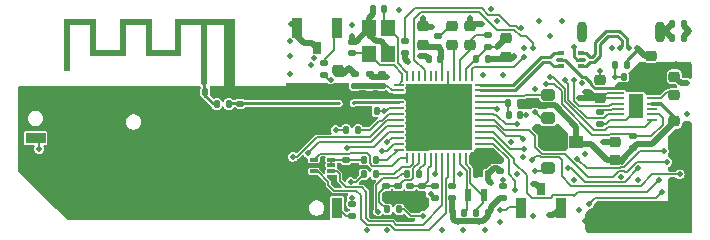
<source format=gbr>
%TF.GenerationSoftware,KiCad,Pcbnew,8.0.1*%
%TF.CreationDate,2024-10-15T00:35:35+02:00*%
%TF.ProjectId,InsuDos,496e7375-446f-4732-9e6b-696361645f70,rev?*%
%TF.SameCoordinates,Original*%
%TF.FileFunction,Copper,L4,Bot*%
%TF.FilePolarity,Positive*%
%FSLAX46Y46*%
G04 Gerber Fmt 4.6, Leading zero omitted, Abs format (unit mm)*
G04 Created by KiCad (PCBNEW 8.0.1) date 2024-10-15 00:35:35*
%MOMM*%
%LPD*%
G01*
G04 APERTURE LIST*
G04 Aperture macros list*
%AMRoundRect*
0 Rectangle with rounded corners*
0 $1 Rounding radius*
0 $2 $3 $4 $5 $6 $7 $8 $9 X,Y pos of 4 corners*
0 Add a 4 corners polygon primitive as box body*
4,1,4,$2,$3,$4,$5,$6,$7,$8,$9,$2,$3,0*
0 Add four circle primitives for the rounded corners*
1,1,$1+$1,$2,$3*
1,1,$1+$1,$4,$5*
1,1,$1+$1,$6,$7*
1,1,$1+$1,$8,$9*
0 Add four rect primitives between the rounded corners*
20,1,$1+$1,$2,$3,$4,$5,0*
20,1,$1+$1,$4,$5,$6,$7,0*
20,1,$1+$1,$6,$7,$8,$9,0*
20,1,$1+$1,$8,$9,$2,$3,0*%
G04 Aperture macros list end*
%TA.AperFunction,EtchedComponent*%
%ADD10C,0.000000*%
%TD*%
%TA.AperFunction,SMDPad,CuDef*%
%ADD11RoundRect,0.135000X0.135000X0.185000X-0.135000X0.185000X-0.135000X-0.185000X0.135000X-0.185000X0*%
%TD*%
%TA.AperFunction,ComponentPad*%
%ADD12O,0.900000X1.800000*%
%TD*%
%TA.AperFunction,ComponentPad*%
%ADD13C,2.600000*%
%TD*%
%TA.AperFunction,ConnectorPad*%
%ADD14C,3.800000*%
%TD*%
%TA.AperFunction,SMDPad,CuDef*%
%ADD15RoundRect,0.135000X0.185000X-0.135000X0.185000X0.135000X-0.185000X0.135000X-0.185000X-0.135000X0*%
%TD*%
%TA.AperFunction,SMDPad,CuDef*%
%ADD16RoundRect,0.140000X-0.140000X-0.170000X0.140000X-0.170000X0.140000X0.170000X-0.140000X0.170000X0*%
%TD*%
%TA.AperFunction,SMDPad,CuDef*%
%ADD17R,0.600000X1.100000*%
%TD*%
%TA.AperFunction,SMDPad,CuDef*%
%ADD18RoundRect,0.093750X0.156250X0.093750X-0.156250X0.093750X-0.156250X-0.093750X0.156250X-0.093750X0*%
%TD*%
%TA.AperFunction,SMDPad,CuDef*%
%ADD19RoundRect,0.075000X0.250000X0.075000X-0.250000X0.075000X-0.250000X-0.075000X0.250000X-0.075000X0*%
%TD*%
%TA.AperFunction,SMDPad,CuDef*%
%ADD20RoundRect,0.225000X0.250000X-0.225000X0.250000X0.225000X-0.250000X0.225000X-0.250000X-0.225000X0*%
%TD*%
%TA.AperFunction,SMDPad,CuDef*%
%ADD21RoundRect,0.218750X-0.256250X0.218750X-0.256250X-0.218750X0.256250X-0.218750X0.256250X0.218750X0*%
%TD*%
%TA.AperFunction,SMDPad,CuDef*%
%ADD22RoundRect,0.135000X-0.185000X0.135000X-0.185000X-0.135000X0.185000X-0.135000X0.185000X0.135000X0*%
%TD*%
%TA.AperFunction,SMDPad,CuDef*%
%ADD23RoundRect,0.140000X-0.170000X0.140000X-0.170000X-0.140000X0.170000X-0.140000X0.170000X0.140000X0*%
%TD*%
%TA.AperFunction,SMDPad,CuDef*%
%ADD24RoundRect,0.135000X-0.135000X-0.185000X0.135000X-0.185000X0.135000X0.185000X-0.135000X0.185000X0*%
%TD*%
%TA.AperFunction,SMDPad,CuDef*%
%ADD25RoundRect,0.250000X-0.350000X-0.250000X0.350000X-0.250000X0.350000X0.250000X-0.350000X0.250000X0*%
%TD*%
%TA.AperFunction,SMDPad,CuDef*%
%ADD26RoundRect,0.062500X0.062500X-0.375000X0.062500X0.375000X-0.062500X0.375000X-0.062500X-0.375000X0*%
%TD*%
%TA.AperFunction,SMDPad,CuDef*%
%ADD27RoundRect,0.062500X0.375000X-0.062500X0.375000X0.062500X-0.375000X0.062500X-0.375000X-0.062500X0*%
%TD*%
%TA.AperFunction,HeatsinkPad*%
%ADD28R,5.600000X5.600000*%
%TD*%
%TA.AperFunction,SMDPad,CuDef*%
%ADD29RoundRect,0.225000X-0.250000X0.225000X-0.250000X-0.225000X0.250000X-0.225000X0.250000X0.225000X0*%
%TD*%
%TA.AperFunction,SMDPad,CuDef*%
%ADD30RoundRect,0.140000X0.140000X0.170000X-0.140000X0.170000X-0.140000X-0.170000X0.140000X-0.170000X0*%
%TD*%
%TA.AperFunction,SMDPad,CuDef*%
%ADD31R,1.200000X1.000000*%
%TD*%
%TA.AperFunction,SMDPad,CuDef*%
%ADD32R,0.900000X1.700000*%
%TD*%
%TA.AperFunction,SMDPad,CuDef*%
%ADD33R,0.800000X1.100000*%
%TD*%
%TA.AperFunction,SMDPad,CuDef*%
%ADD34R,0.900000X0.260000*%
%TD*%
%TA.AperFunction,SMDPad,CuDef*%
%ADD35R,1.310000X2.120000*%
%TD*%
%TA.AperFunction,SMDPad,CuDef*%
%ADD36RoundRect,0.140000X0.170000X-0.140000X0.170000X0.140000X-0.170000X0.140000X-0.170000X-0.140000X0*%
%TD*%
%TA.AperFunction,ConnectorPad*%
%ADD37R,0.500000X0.500000*%
%TD*%
%TA.AperFunction,ComponentPad*%
%ADD38R,0.900000X0.600000*%
%TD*%
%TA.AperFunction,SMDPad,CuDef*%
%ADD39R,1.700000X0.900000*%
%TD*%
%TA.AperFunction,SMDPad,CuDef*%
%ADD40R,1.100000X0.800000*%
%TD*%
%TA.AperFunction,SMDPad,CuDef*%
%ADD41RoundRect,0.147500X0.172500X-0.147500X0.172500X0.147500X-0.172500X0.147500X-0.172500X-0.147500X0*%
%TD*%
%TA.AperFunction,SMDPad,CuDef*%
%ADD42R,1.150000X1.400000*%
%TD*%
%TA.AperFunction,SMDPad,CuDef*%
%ADD43RoundRect,0.050800X-0.050800X0.050800X-0.050800X-0.050800X0.050800X-0.050800X0.050800X0.050800X0*%
%TD*%
%TA.AperFunction,SMDPad,CuDef*%
%ADD44R,0.203200X0.203200*%
%TD*%
%TA.AperFunction,SMDPad,CuDef*%
%ADD45RoundRect,0.085000X-0.265000X-0.085000X0.265000X-0.085000X0.265000X0.085000X-0.265000X0.085000X0*%
%TD*%
%TA.AperFunction,ViaPad*%
%ADD46C,0.510000*%
%TD*%
%TA.AperFunction,Conductor*%
%ADD47C,0.130000*%
%TD*%
%TA.AperFunction,Conductor*%
%ADD48C,0.500000*%
%TD*%
%TA.AperFunction,Conductor*%
%ADD49C,0.200000*%
%TD*%
%TA.AperFunction,Conductor*%
%ADD50C,0.287000*%
%TD*%
%TA.AperFunction,Conductor*%
%ADD51C,0.900000*%
%TD*%
%TA.AperFunction,Conductor*%
%ADD52C,0.250000*%
%TD*%
%TA.AperFunction,Conductor*%
%ADD53C,0.150000*%
%TD*%
%TA.AperFunction,Conductor*%
%ADD54C,0.300000*%
%TD*%
%TA.AperFunction,Conductor*%
%ADD55C,0.260000*%
%TD*%
G04 APERTURE END LIST*
D10*
%TA.AperFunction,EtchedComponent*%
%TO.C,AE1*%
G36*
X41050000Y-162000000D02*
G01*
X40150000Y-162000000D01*
X40150000Y-161741842D01*
X40451778Y-161741842D01*
X40458309Y-161791368D01*
X40478868Y-161836553D01*
X40512511Y-161871787D01*
X40531122Y-161882400D01*
X40576637Y-161895300D01*
X40625156Y-161896043D01*
X40667819Y-161883935D01*
X40675731Y-161879581D01*
X40713674Y-161846797D01*
X40737742Y-161804395D01*
X40747583Y-161756785D01*
X40742847Y-161708378D01*
X40723185Y-161663584D01*
X40688245Y-161626814D01*
X40655353Y-161609908D01*
X40607267Y-161602018D01*
X40557682Y-161608592D01*
X40512372Y-161628687D01*
X40477112Y-161661357D01*
X40460218Y-161693583D01*
X40451778Y-161741842D01*
X40150000Y-161741842D01*
X40150000Y-157100000D01*
X38750000Y-157100000D01*
X38750000Y-162000000D01*
X38250000Y-162000000D01*
X38250000Y-157100000D01*
X36550000Y-157100000D01*
X36550000Y-159740000D01*
X33550000Y-159740000D01*
X33550000Y-157100000D01*
X31850000Y-157100000D01*
X31850000Y-159740000D01*
X28850000Y-159740000D01*
X28850000Y-157100000D01*
X27150000Y-157100000D01*
X27150000Y-161040000D01*
X26650000Y-161040000D01*
X26650000Y-156600000D01*
X29350000Y-156600000D01*
X29350000Y-159240000D01*
X31350000Y-159240000D01*
X31350000Y-156600000D01*
X34050000Y-156600000D01*
X34050000Y-159240000D01*
X36050000Y-159240000D01*
X36050000Y-156600000D01*
X41050000Y-156600000D01*
X41050000Y-161756785D01*
X41050000Y-162000000D01*
G37*
%TD.AperFunction*%
%TD*%
D11*
%TO.P,R19,2*%
%TO.N,/enter*%
X55690000Y-169700000D03*
%TO.P,R19,1*%
%TO.N,Net-(U4-PA0)*%
X56710000Y-169700000D03*
%TD*%
D12*
%TO.P,J2,S5*%
%TO.N,Net-(J2-Shield)*%
X77050000Y-157670500D03*
%TO.P,J2,S6*%
X70450000Y-157670500D03*
%TD*%
D13*
%TO.P,H1,1,1*%
%TO.N,GND*%
X28500000Y-165000000D03*
D14*
X28500000Y-165000000D03*
%TD*%
D15*
%TO.P,R6,1*%
%TO.N,/ldo*%
X74800000Y-167560000D03*
%TO.P,R6,2*%
%TO.N,/chg*%
X74800000Y-166540000D03*
%TD*%
D16*
%TO.P,C7,1*%
%TO.N,GND*%
X59520000Y-173000000D03*
%TO.P,C7,2*%
%TO.N,Net-(U4-PC15)*%
X60480000Y-173000000D03*
%TD*%
D17*
%TO.P,Y1,1,1*%
%TO.N,Net-(U4-PC14)*%
X62200000Y-171500000D03*
%TO.P,Y1,2,2*%
%TO.N,Net-(U4-PC15)*%
X60800000Y-171500000D03*
%TD*%
D18*
%TO.P,U1,1,I/O1*%
%TO.N,/USB_N*%
X70400000Y-159512500D03*
D19*
%TO.P,U1,2,GND*%
%TO.N,GND*%
X70475000Y-160050000D03*
D18*
%TO.P,U1,3,I/O2*%
%TO.N,/USB_P*%
X70400000Y-160587500D03*
%TO.P,U1,4,I/O2*%
%TO.N,/USB_D_P*%
X68700000Y-160587500D03*
D19*
%TO.P,U1,5,VBUS*%
%TO.N,/5v*%
X68625000Y-160050000D03*
D18*
%TO.P,U1,6,I/O1*%
%TO.N,/USB_D_N*%
X68700000Y-159512500D03*
%TD*%
D20*
%TO.P,C6,1*%
%TO.N,GND*%
X49800000Y-162475000D03*
%TO.P,C6,2*%
%TO.N,/ldo*%
X49800000Y-160925000D03*
%TD*%
D21*
%TO.P,L3,1,1*%
%TO.N,Net-(L2-Pad2)*%
X59500000Y-157212500D03*
%TO.P,L3,2,2*%
%TO.N,Net-(U4-VLXSMPS)*%
X59500000Y-158787500D03*
%TD*%
D11*
%TO.P,R10,1*%
%TO.N,/PWR_Tmp*%
X53010000Y-168500000D03*
%TO.P,R10,2*%
%TO.N,Net-(U2-ADD0)*%
X51990000Y-168500000D03*
%TD*%
D22*
%TO.P,R7,1*%
%TO.N,/bat*%
X53852000Y-170760000D03*
%TO.P,R7,2*%
%TO.N,GND*%
X53852000Y-171780000D03*
%TD*%
D20*
%TO.P,C1,1*%
%TO.N,/Smps*%
X61000000Y-158775000D03*
%TO.P,C1,2*%
%TO.N,GND*%
X61000000Y-157225000D03*
%TD*%
D23*
%TO.P,C23,1*%
%TO.N,/ldo*%
X63500000Y-168520000D03*
%TO.P,C23,2*%
%TO.N,GND*%
X63500000Y-169480000D03*
%TD*%
D24*
%TO.P,R15,1*%
%TO.N,Net-(J2-ID)*%
X73990000Y-161500000D03*
%TO.P,R15,2*%
%TO.N,/5v*%
X75010000Y-161500000D03*
%TD*%
D25*
%TO.P,TP1,1,1*%
%TO.N,/swclk*%
X67600000Y-165000000D03*
%TD*%
D16*
%TO.P,C16,1*%
%TO.N,Net-(AE1-PCB_Trace)*%
X38570000Y-162800000D03*
%TO.P,C16,2*%
%TO.N,GND*%
X39530000Y-162800000D03*
%TD*%
%TO.P,C24,1*%
%TO.N,/ldo*%
X61520000Y-169750000D03*
%TO.P,C24,2*%
%TO.N,GND*%
X62480000Y-169750000D03*
%TD*%
D25*
%TO.P,TP2,1,1*%
%TO.N,GND*%
X67600000Y-167000000D03*
%TD*%
D26*
%TO.P,U4,1,VBAT*%
%TO.N,/ldo*%
X61150000Y-168337500D03*
%TO.P,U4,2,PC14*%
%TO.N,Net-(U4-PC14)*%
X60650000Y-168337500D03*
%TO.P,U4,3,PC15*%
%TO.N,Net-(U4-PC15)*%
X60150000Y-168337500D03*
%TO.P,U4,4,PH3*%
%TO.N,Net-(U4-PH3)*%
X59650000Y-168337500D03*
%TO.P,U4,5,PB8*%
%TO.N,/Temp_scl*%
X59150000Y-168337500D03*
%TO.P,U4,6,PB9*%
%TO.N,/Temp_sda*%
X58650000Y-168337500D03*
%TO.P,U4,7,NRST*%
%TO.N,/RST*%
X58150000Y-168337500D03*
%TO.P,U4,8,VDDA*%
%TO.N,/Vdda*%
X57650000Y-168337500D03*
%TO.P,U4,9,PA0*%
%TO.N,Net-(U4-PA0)*%
X57150000Y-168337500D03*
%TO.P,U4,10,PA1*%
%TO.N,/bat*%
X56650000Y-168337500D03*
%TO.P,U4,11,PA2*%
%TO.N,Net-(U4-PA2)*%
X56150000Y-168337500D03*
%TO.P,U4,12,PA3*%
%TO.N,/OverTemp*%
X55650000Y-168337500D03*
D27*
%TO.P,U4,13,PA4*%
%TO.N,/PWR_Tmp*%
X54962500Y-167650000D03*
%TO.P,U4,14,PA5*%
%TO.N,Net-(U4-PA5)*%
X54962500Y-167150000D03*
%TO.P,U4,15,PA6*%
%TO.N,Net-(U4-PA6)*%
X54962500Y-166650000D03*
%TO.P,U4,16,PA7*%
%TO.N,/PWR_Mic*%
X54962500Y-166150000D03*
%TO.P,U4,17,PA8*%
%TO.N,/M_clk*%
X54962500Y-165650000D03*
%TO.P,U4,18,PA9*%
%TO.N,/M_data*%
X54962500Y-165150000D03*
%TO.P,U4,19,PB2*%
%TO.N,Net-(U4-PB2)*%
X54962500Y-164650000D03*
%TO.P,U4,20,VDD*%
%TO.N,/ldo*%
X54962500Y-164150000D03*
%TO.P,U4,21,RF1*%
%TO.N,/RF*%
X54962500Y-163650000D03*
%TO.P,U4,22,VSSRF*%
%TO.N,GND*%
X54962500Y-163150000D03*
%TO.P,U4,23,VDDRF*%
%TO.N,/Vddrf*%
X54962500Y-162650000D03*
%TO.P,U4,24,OSC_OUT*%
%TO.N,/osc2*%
X54962500Y-162150000D03*
D26*
%TO.P,U4,25,OSC_IN*%
%TO.N,/osc1*%
X55650000Y-161462500D03*
%TO.P,U4,26,AT0*%
%TO.N,unconnected-(U4-AT0-Pad26)*%
X56150000Y-161462500D03*
%TO.P,U4,27,AT1*%
%TO.N,unconnected-(U4-AT1-Pad27)*%
X56650000Y-161462500D03*
%TO.P,U4,28,PB0*%
%TO.N,/cen*%
X57150000Y-161462500D03*
%TO.P,U4,29,PB1*%
%TO.N,unconnected-(U4-PB1-Pad29)*%
X57650000Y-161462500D03*
%TO.P,U4,30,PE4*%
%TO.N,unconnected-(U4-PE4-Pad30)*%
X58150000Y-161462500D03*
%TO.P,U4,31,VFBSMPS*%
%TO.N,Net-(U4-VFBSMPS)*%
X58650000Y-161462500D03*
%TO.P,U4,32,VSSSMPS*%
%TO.N,GND*%
X59150000Y-161462500D03*
%TO.P,U4,33,VLXSMPS*%
%TO.N,Net-(U4-VLXSMPS)*%
X59650000Y-161462500D03*
%TO.P,U4,34,VDDSMPS*%
%TO.N,/Smps*%
X60150000Y-161462500D03*
%TO.P,U4,35,VDD*%
%TO.N,/ldo*%
X60650000Y-161462500D03*
%TO.P,U4,36,PA10*%
%TO.N,/chg*%
X61150000Y-161462500D03*
D27*
%TO.P,U4,37,PA11*%
%TO.N,/USB_D_N*%
X61837500Y-162150000D03*
%TO.P,U4,38,PA12*%
%TO.N,/USB_D_P*%
X61837500Y-162650000D03*
%TO.P,U4,39,PA13*%
%TO.N,/swdio*%
X61837500Y-163150000D03*
%TO.P,U4,40,VDDUSB*%
%TO.N,/usb*%
X61837500Y-163650000D03*
%TO.P,U4,41,PA14*%
%TO.N,/swclk*%
X61837500Y-164150000D03*
%TO.P,U4,42,PA15*%
%TO.N,/cs*%
X61837500Y-164650000D03*
%TO.P,U4,43,PB3*%
%TO.N,/D_sclk*%
X61837500Y-165150000D03*
%TO.P,U4,44,PB4*%
%TO.N,/dc*%
X61837500Y-165650000D03*
%TO.P,U4,45,PB5*%
%TO.N,/D_Mosi*%
X61837500Y-166150000D03*
%TO.P,U4,46,PB6*%
%TO.N,/res*%
X61837500Y-166650000D03*
%TO.P,U4,47,PB7*%
%TO.N,/busy*%
X61837500Y-167150000D03*
%TO.P,U4,48,VDD*%
%TO.N,/ldo*%
X61837500Y-167650000D03*
D28*
%TO.P,U4,49,VSS*%
%TO.N,GND*%
X58400000Y-164900000D03*
%TD*%
D29*
%TO.P,C39,1*%
%TO.N,GND*%
X57000000Y-157225000D03*
%TO.P,C39,2*%
%TO.N,Net-(U4-VFBSMPS)*%
X57000000Y-158775000D03*
%TD*%
D30*
%TO.P,C25,1*%
%TO.N,/ldo*%
X53080000Y-164400000D03*
%TO.P,C25,2*%
%TO.N,GND*%
X52120000Y-164400000D03*
%TD*%
D25*
%TO.P,TP3,1,1*%
%TO.N,/swdio*%
X67600000Y-163000000D03*
%TD*%
D24*
%TO.P,R14,1*%
%TO.N,/usb*%
X64240000Y-163750000D03*
%TO.P,R14,2*%
%TO.N,/ldo*%
X65260000Y-163750000D03*
%TD*%
D22*
%TO.P,R21,1*%
%TO.N,Net-(U4-PA5)*%
X51000000Y-172240000D03*
%TO.P,R21,2*%
%TO.N,/esc*%
X51000000Y-173260000D03*
%TD*%
D23*
%TO.P,C9,1*%
%TO.N,Net-(U2-ADD0)*%
X50500000Y-168520000D03*
%TO.P,C9,2*%
%TO.N,GND*%
X50500000Y-169480000D03*
%TD*%
D11*
%TO.P,R22,1*%
%TO.N,Net-(U4-PA2)*%
X53010000Y-169750000D03*
%TO.P,R22,2*%
%TO.N,/dose*%
X51990000Y-169750000D03*
%TD*%
D16*
%TO.P,C26,1*%
%TO.N,GND*%
X57520000Y-160000000D03*
%TO.P,C26,2*%
%TO.N,Net-(U4-VFBSMPS)*%
X58480000Y-160000000D03*
%TD*%
D11*
%TO.P,R2,1*%
%TO.N,GND*%
X79110000Y-157000000D03*
%TO.P,R2,2*%
%TO.N,Net-(J2-Shield)*%
X78090000Y-157000000D03*
%TD*%
D31*
%TO.P,TP5,1,1*%
%TO.N,/ldo*%
X70000000Y-167000000D03*
%TD*%
D32*
%TO.P,SW1,1,1*%
%TO.N,/list*%
X49700000Y-157380000D03*
%TO.P,SW1,2,2*%
%TO.N,GND*%
X46300000Y-157380000D03*
D33*
%TO.P,SW1,3*%
X48000000Y-159020000D03*
%TD*%
D30*
%TO.P,C19,1*%
%TO.N,/osc1*%
X53730000Y-155750000D03*
%TO.P,C19,2*%
%TO.N,GND*%
X52770000Y-155750000D03*
%TD*%
D34*
%TO.P,U3,1,in*%
%TO.N,/5v*%
X76435000Y-162875000D03*
%TO.P,U3,2,sys*%
%TO.N,Net-(U3-sys)*%
X76435000Y-163325000D03*
%TO.P,U3,3,ldo*%
%TO.N,/ldo*%
X76435000Y-163775000D03*
%TO.P,U3,4,sd*%
%TO.N,unconnected-(U3-sd-Pad4)*%
X76435000Y-164225000D03*
%TO.P,U3,5,chg*%
%TO.N,/chg*%
X76435000Y-164675000D03*
%TO.P,U3,6,cen*%
%TO.N,/cen*%
X76435000Y-165125000D03*
%TO.P,U3,7,gnd*%
%TO.N,GND*%
X73565000Y-165125000D03*
%TO.P,U3,8,ntc*%
%TO.N,Net-(U3-ntc)*%
X73565000Y-164675000D03*
%TO.P,U3,9,iset*%
%TO.N,Net-(U3-iset)*%
X73565000Y-164225000D03*
%TO.P,U3,10,bms*%
%TO.N,Net-(U3-bms)*%
X73565000Y-163775000D03*
%TO.P,U3,11,bsns*%
%TO.N,Net-(U3-bat)*%
X73565000Y-163325000D03*
%TO.P,U3,12,bat*%
X73565000Y-162875000D03*
D35*
%TO.P,U3,13,ep*%
%TO.N,GND*%
X75000000Y-164000000D03*
%TD*%
D11*
%TO.P,R20,1*%
%TO.N,Net-(U4-PB2)*%
X51510000Y-166000000D03*
%TO.P,R20,2*%
%TO.N,Net-(BZ1-+)*%
X50490000Y-166000000D03*
%TD*%
D36*
%TO.P,C18,1*%
%TO.N,/osc2*%
X51000000Y-159480000D03*
%TO.P,C18,2*%
%TO.N,GND*%
X51000000Y-158520000D03*
%TD*%
D22*
%TO.P,R13,1*%
%TO.N,/Smps*%
X62500000Y-157990000D03*
%TO.P,R13,2*%
%TO.N,/ldo*%
X62500000Y-159010000D03*
%TD*%
D29*
%TO.P,C22,1*%
%TO.N,/ldo*%
X64000000Y-158225000D03*
%TO.P,C22,2*%
%TO.N,GND*%
X64000000Y-159775000D03*
%TD*%
D24*
%TO.P,R23,1*%
%TO.N,Net-(AE1-PCB_Trace)*%
X39540000Y-163800000D03*
%TO.P,R23,2*%
%TO.N,Net-(FL1-OUT)*%
X40560000Y-163800000D03*
%TD*%
D22*
%TO.P,TH1,1*%
%TO.N,Net-(U3-ntc)*%
X55500000Y-158490000D03*
%TO.P,TH1,2*%
%TO.N,GND*%
X55500000Y-159510000D03*
%TD*%
D20*
%TO.P,C30,1*%
%TO.N,Net-(U3-bat)*%
X72000000Y-163275000D03*
%TO.P,C30,2*%
%TO.N,GND*%
X72000000Y-161725000D03*
%TD*%
D23*
%TO.P,C27,1*%
%TO.N,/RST*%
X63750000Y-170770000D03*
%TO.P,C27,2*%
%TO.N,GND*%
X63750000Y-171730000D03*
%TD*%
D25*
%TO.P,TP4,1,1*%
%TO.N,/RST*%
X67600000Y-169200000D03*
%TD*%
D30*
%TO.P,C8,1*%
%TO.N,GND*%
X62480000Y-173000000D03*
%TO.P,C8,2*%
%TO.N,Net-(U4-PC14)*%
X61520000Y-173000000D03*
%TD*%
D15*
%TO.P,R16,1*%
%TO.N,GND*%
X59500000Y-171760000D03*
%TO.P,R16,2*%
%TO.N,Net-(U4-PH3)*%
X59500000Y-170740000D03*
%TD*%
D23*
%TO.P,C20,1*%
%TO.N,/Vdda*%
X55926000Y-170770000D03*
%TO.P,C20,2*%
%TO.N,GND*%
X55926000Y-171730000D03*
%TD*%
D37*
%TO.P,AE1,1,PCB_Trace*%
%TO.N,Net-(AE1-PCB_Trace)*%
X38500000Y-161750000D03*
D38*
%TO.P,AE1,2,FEED*%
%TO.N,GND*%
X40600000Y-161750000D03*
%TD*%
D23*
%TO.P,C21,1*%
%TO.N,/Vdda*%
X56958000Y-170770000D03*
%TO.P,C21,2*%
%TO.N,GND*%
X56958000Y-171730000D03*
%TD*%
D22*
%TO.P,R5,1*%
%TO.N,Net-(U3-iset)*%
X72000000Y-164490000D03*
%TO.P,R5,2*%
%TO.N,GND*%
X72000000Y-165510000D03*
%TD*%
D15*
%TO.P,R12,1*%
%TO.N,/Vddrf*%
X51250000Y-162260000D03*
%TO.P,R12,2*%
%TO.N,/ldo*%
X51250000Y-161240000D03*
%TD*%
D29*
%TO.P,C33,1*%
%TO.N,GND*%
X76300000Y-159725000D03*
%TO.P,C33,2*%
%TO.N,/5v*%
X76300000Y-161275000D03*
%TD*%
D15*
%TO.P,R18,1*%
%TO.N,Net-(U4-PA6)*%
X48600000Y-161310000D03*
%TO.P,R18,2*%
%TO.N,/list*%
X48600000Y-160290000D03*
%TD*%
D11*
%TO.P,R8,1*%
%TO.N,Net-(U3-bms)*%
X55010000Y-172700000D03*
%TO.P,R8,2*%
%TO.N,/bat*%
X53990000Y-172700000D03*
%TD*%
D39*
%TO.P,SW3,1,1*%
%TO.N,GND*%
X24200000Y-163300000D03*
%TO.P,SW3,2,2*%
%TO.N,/dose*%
X24200000Y-166700000D03*
D40*
%TO.P,SW3,3*%
%TO.N,GND*%
X25840000Y-165000000D03*
%TD*%
D20*
%TO.P,C40,1*%
%TO.N,/ldo*%
X73250000Y-168525000D03*
%TO.P,C40,2*%
%TO.N,GND*%
X73250000Y-166975000D03*
%TD*%
D41*
%TO.P,L2,1,1*%
%TO.N,Net-(U4-VFBSMPS)*%
X58250000Y-158985000D03*
%TO.P,L2,2,2*%
%TO.N,Net-(L2-Pad2)*%
X58250000Y-158015000D03*
%TD*%
D32*
%TO.P,SW2,1,1*%
%TO.N,/enter*%
X65300000Y-172600000D03*
%TO.P,SW2,2,2*%
%TO.N,GND*%
X68700000Y-172600000D03*
D33*
%TO.P,SW2,3*%
X67000000Y-170960000D03*
%TD*%
D42*
%TO.P,Y2,1*%
%TO.N,/osc2*%
X52450000Y-159600000D03*
%TO.P,Y2,2,GND*%
%TO.N,GND*%
X52450000Y-157400000D03*
%TO.P,Y2,3*%
%TO.N,/osc1*%
X54050000Y-157400000D03*
%TO.P,Y2,4,GND__1*%
%TO.N,GND*%
X54050000Y-159600000D03*
%TD*%
D43*
%TO.P,FL1,1,OUT*%
%TO.N,Net-(FL1-OUT)*%
X49913001Y-163746000D03*
D44*
%TO.P,FL1,2,GND4*%
%TO.N,GND*%
X50500000Y-163746000D03*
D43*
%TO.P,FL1,3,IN*%
%TO.N,/RF*%
X51086999Y-163746000D03*
D44*
%TO.P,FL1,4,GND1*%
%TO.N,GND*%
X51086999Y-164254000D03*
%TO.P,FL1,5,GND2*%
X50500000Y-164254000D03*
%TO.P,FL1,6,GND3*%
X49913001Y-164254000D03*
%TD*%
D32*
%TO.P,SW4,1,1*%
%TO.N,GND*%
X46300000Y-172600000D03*
%TO.P,SW4,2,2*%
%TO.N,/esc*%
X49700000Y-172600000D03*
D33*
%TO.P,SW4,3*%
%TO.N,GND*%
X48000000Y-170960000D03*
%TD*%
D36*
%TO.P,C4,1*%
%TO.N,/Vddrf*%
X52500000Y-162230000D03*
%TO.P,C4,2*%
%TO.N,GND*%
X52500000Y-161270000D03*
%TD*%
D29*
%TO.P,C32,1*%
%TO.N,GND*%
X78300000Y-161475000D03*
%TO.P,C32,2*%
%TO.N,Net-(U3-sys)*%
X78300000Y-163025000D03*
%TD*%
D23*
%TO.P,C34,1*%
%TO.N,/bat*%
X54894000Y-170770000D03*
%TO.P,C34,2*%
%TO.N,GND*%
X54894000Y-171730000D03*
%TD*%
D20*
%TO.P,C31,1*%
%TO.N,GND*%
X78300000Y-166825000D03*
%TO.P,C31,2*%
%TO.N,/ldo*%
X78300000Y-165275000D03*
%TD*%
D16*
%TO.P,C5,1*%
%TO.N,Net-(J2-Shield)*%
X78120000Y-158200000D03*
%TO.P,C5,2*%
%TO.N,GND*%
X79080000Y-158200000D03*
%TD*%
D45*
%TO.P,U2,1,SCL*%
%TO.N,/Temp_scl*%
X47750000Y-169500000D03*
%TO.P,U2,2,GND*%
%TO.N,GND*%
X47750000Y-169000000D03*
%TO.P,U2,3,ALERT*%
%TO.N,/OverTemp*%
X47750000Y-168500000D03*
%TO.P,U2,4,ADD0*%
%TO.N,Net-(U2-ADD0)*%
X49250000Y-168500000D03*
%TO.P,U2,5,V+*%
X49250000Y-169000000D03*
%TO.P,U2,6,SDA*%
%TO.N,/Temp_sda*%
X49250000Y-169500000D03*
%TD*%
D16*
%TO.P,C36,1*%
%TO.N,/ldo*%
X61520000Y-160000000D03*
%TO.P,C36,2*%
%TO.N,GND*%
X62480000Y-160000000D03*
%TD*%
D36*
%TO.P,C17,1*%
%TO.N,Net-(FL1-OUT)*%
X41550000Y-163780000D03*
%TO.P,C17,2*%
%TO.N,GND*%
X41550000Y-162820000D03*
%TD*%
D22*
%TO.P,R11,1*%
%TO.N,/Vdda*%
X58000000Y-170760000D03*
%TO.P,R11,2*%
%TO.N,/ldo*%
X58000000Y-171780000D03*
%TD*%
D16*
%TO.P,C2,1*%
%TO.N,/usb*%
X64270000Y-164750000D03*
%TO.P,C2,2*%
%TO.N,GND*%
X65230000Y-164750000D03*
%TD*%
D11*
%TO.P,R17,1*%
%TO.N,GND*%
X74260000Y-160500000D03*
%TO.P,R17,2*%
%TO.N,Net-(J2-ID)*%
X73240000Y-160500000D03*
%TD*%
D36*
%TO.P,C3,1*%
%TO.N,/Vddrf*%
X53500000Y-162230000D03*
%TO.P,C3,2*%
%TO.N,GND*%
X53500000Y-161270000D03*
%TD*%
D46*
%TO.N,GND*%
X52500000Y-170700000D03*
X46050000Y-170050000D03*
X45300000Y-171050000D03*
X28400000Y-168800000D03*
X26750000Y-172900000D03*
X78000000Y-167500000D03*
X67700000Y-173200000D03*
X65750000Y-164750000D03*
X72000000Y-161000000D03*
X79250000Y-174250000D03*
X25500000Y-171750000D03*
X31000000Y-170000000D03*
X29385713Y-162700000D03*
X40200000Y-172900000D03*
X68800000Y-156800000D03*
X73806702Y-169940000D03*
X64750000Y-159750000D03*
X30500000Y-166250000D03*
X25328571Y-162700000D03*
X56000000Y-166062500D03*
X79400000Y-162000000D03*
X34100000Y-168300000D03*
X62250000Y-174500000D03*
X27200000Y-170200000D03*
X44229032Y-163000000D03*
X29000000Y-169800000D03*
X36000000Y-163800000D03*
X56000000Y-164875000D03*
X38750000Y-164250000D03*
X39000000Y-167000000D03*
X42100000Y-168300000D03*
X42200000Y-171100000D03*
X30900000Y-164300000D03*
X50500000Y-163250000D03*
X76000000Y-174250000D03*
X48500000Y-169200000D03*
X51000000Y-158000000D03*
X76250000Y-173250000D03*
X34500000Y-169750000D03*
X70750000Y-168000000D03*
X78250000Y-169250000D03*
X46900000Y-158600000D03*
X61750000Y-173750000D03*
X67000000Y-167250000D03*
X58600000Y-174500000D03*
X33700000Y-172900000D03*
X45200000Y-168700000D03*
X23100000Y-169000000D03*
X79500000Y-171000000D03*
X45400000Y-172900000D03*
X66500000Y-162500000D03*
X70700000Y-173700000D03*
X69750000Y-170250000D03*
X62750000Y-170500000D03*
X31200000Y-172900000D03*
X60425000Y-174500000D03*
X26400000Y-163900000D03*
X45750000Y-161250000D03*
X39200000Y-170700000D03*
X66300000Y-170550000D03*
X55750000Y-160250000D03*
X23100000Y-162700000D03*
X51250000Y-169500000D03*
X65500000Y-168250000D03*
X70500000Y-162000000D03*
X43187500Y-164500000D03*
X55000000Y-155800000D03*
X63500000Y-173750000D03*
X73000000Y-159050000D03*
X53000000Y-161500000D03*
X29800000Y-170600000D03*
X41000000Y-169750000D03*
X60750000Y-163687500D03*
X45800000Y-157050000D03*
X32400000Y-163400000D03*
X63800000Y-161300000D03*
X79545000Y-157600000D03*
X40050000Y-163050000D03*
X56000000Y-163687500D03*
X45000000Y-165000000D03*
X60750000Y-167250000D03*
X79400000Y-164600000D03*
X47400000Y-173300000D03*
X79250000Y-167000000D03*
X52250000Y-174500000D03*
X56000000Y-167250000D03*
X44100000Y-172900000D03*
X42750000Y-165750000D03*
X32000000Y-171000000D03*
X63250000Y-160000000D03*
X57000000Y-156500000D03*
X56000000Y-172500000D03*
X44250000Y-164500000D03*
X44250000Y-165750000D03*
X79500000Y-168500000D03*
X43264516Y-163000000D03*
X37250000Y-165500000D03*
X67800000Y-158000000D03*
X35471426Y-162700000D03*
X36250000Y-164500000D03*
X42300000Y-163000000D03*
X25900000Y-168700000D03*
X37250000Y-167000000D03*
X79500000Y-169750000D03*
X48750000Y-163000000D03*
X48500000Y-166000000D03*
X45750000Y-159750000D03*
X72250000Y-167000000D03*
X39000000Y-165500000D03*
X54000000Y-174500000D03*
X31414284Y-162700000D03*
X26100000Y-166200000D03*
X24250000Y-170250000D03*
X42000000Y-172900000D03*
X27357142Y-162700000D03*
X38000000Y-163500000D03*
X60750000Y-166062500D03*
X52500000Y-165250000D03*
X30800000Y-171600000D03*
X47050000Y-171200000D03*
X62050000Y-161300000D03*
X23100000Y-164800000D03*
X37500000Y-162700000D03*
X64500000Y-167000000D03*
X47800000Y-159900000D03*
X69750000Y-159000000D03*
X75000000Y-164000000D03*
X33442855Y-162700000D03*
X40800000Y-163050000D03*
X78000000Y-170500000D03*
X62000000Y-157000000D03*
X63250000Y-156750000D03*
X31250000Y-168500000D03*
X41500000Y-166900000D03*
X54000000Y-161500000D03*
X58250000Y-165000000D03*
X49500000Y-170500000D03*
X41062500Y-164500000D03*
X70250000Y-172750000D03*
X61000000Y-156500000D03*
X40000000Y-164500000D03*
X72500000Y-172750000D03*
X60750000Y-162500000D03*
X35000000Y-165400000D03*
X62750000Y-155750000D03*
X60155000Y-169750000D03*
X45750000Y-158500000D03*
X42125000Y-164500000D03*
X28700000Y-172900000D03*
X62750000Y-172500000D03*
X75250000Y-170250000D03*
X59500000Y-172500000D03*
X56750000Y-172500000D03*
X52450000Y-156500000D03*
X37250000Y-169750000D03*
X37950000Y-172900000D03*
X65000000Y-169750000D03*
X27750000Y-167750000D03*
X37250000Y-168500000D03*
X78000000Y-172500000D03*
X30200000Y-169200000D03*
X32500000Y-168250000D03*
X52500000Y-163000000D03*
X53250000Y-158500000D03*
X66750000Y-166000000D03*
X63000000Y-169250000D03*
X45193550Y-163000000D03*
X75100000Y-159050000D03*
X47500000Y-160500000D03*
X66300000Y-173300000D03*
X60000000Y-173750000D03*
X56750000Y-159750000D03*
X48500000Y-164750000D03*
X34200000Y-163800000D03*
X50000000Y-164750000D03*
X40500000Y-165750000D03*
X54000000Y-163000000D03*
X79500000Y-172250000D03*
X57750000Y-157250000D03*
X39000000Y-168500000D03*
X34250000Y-166250000D03*
X60750000Y-164875000D03*
X37400000Y-164500000D03*
X65550000Y-159050000D03*
X28700000Y-171500000D03*
X66800000Y-156800000D03*
X51000000Y-164750000D03*
X56000000Y-162500000D03*
X51000000Y-157100000D03*
X35950000Y-172900000D03*
X23100000Y-167600000D03*
%TO.N,Net-(U3-bat)*%
X70250000Y-163250000D03*
X70750000Y-162750000D03*
%TO.N,/ldo*%
X50750000Y-160750000D03*
X63250000Y-159000000D03*
X72125000Y-168125000D03*
X63000000Y-168000000D03*
X66400000Y-163750000D03*
X57690150Y-171420181D03*
X53668651Y-164418651D03*
X65800000Y-163750000D03*
X73840100Y-168699900D03*
%TO.N,/RST*%
X63750000Y-170250000D03*
X58000000Y-169750000D03*
X66500000Y-169500000D03*
%TO.N,/5v*%
X78400000Y-160400000D03*
X79500000Y-160500000D03*
%TO.N,/M_clk*%
X47300000Y-167957700D03*
%TO.N,/M_data*%
X45978272Y-168262212D03*
%TO.N,/chg*%
X65567445Y-159782555D03*
X67446181Y-162095000D03*
%TO.N,Net-(U3-bms)*%
X69750000Y-161750000D03*
X57000000Y-173250000D03*
%TO.N,/PWR_Mic*%
X50550000Y-167500000D03*
%TO.N,Net-(J2-ID)*%
X73250000Y-161500000D03*
%TO.N,/enter*%
X63500000Y-172750000D03*
X53200000Y-172900000D03*
%TO.N,Net-(BZ1-+)*%
X49600000Y-166000000D03*
%TO.N,/dose*%
X24500000Y-167600000D03*
%TO.N,Net-(U3-ntc)*%
X65285080Y-157370398D03*
X69000000Y-161750000D03*
%TO.N,/swclk*%
X63250000Y-164255000D03*
X66500000Y-164500000D03*
%TO.N,/USB_P*%
X73670000Y-159050000D03*
%TO.N,/USB_N*%
X74416550Y-159050000D03*
%TO.N,/cen*%
X66300000Y-159050000D03*
X67750000Y-161500000D03*
%TO.N,/res*%
X77000000Y-170250000D03*
%TO.N,/dc*%
X66250000Y-168500000D03*
X65500000Y-166750000D03*
X78750000Y-169750000D03*
%TO.N,/busy*%
X71050000Y-172300000D03*
X64800000Y-171050000D03*
X77250000Y-171250000D03*
%TO.N,/cs*%
X69250000Y-169250000D03*
X75250000Y-169250000D03*
X65000000Y-165500000D03*
%TO.N,/D_sclk*%
X77659676Y-168704838D03*
%TO.N,/D_Mosi*%
X65548380Y-167591773D03*
X70082341Y-168417659D03*
X77409676Y-167795162D03*
%TO.N,/dose*%
X50875000Y-170375000D03*
%TO.N,Net-(U4-PA5)*%
X51000000Y-171750000D03*
X53500000Y-167745000D03*
%TO.N,Net-(U4-PA6)*%
X49198988Y-161727247D03*
X54000000Y-167000000D03*
%TD*%
D47*
%TO.N,Net-(U4-PA6)*%
X49198988Y-161727247D02*
X49017247Y-161727247D01*
X49017247Y-161727247D02*
X48600000Y-161310000D01*
D48*
%TO.N,/ldo*%
X70000000Y-165723834D02*
X70000000Y-167000000D01*
X68176166Y-163900000D02*
X70000000Y-165723834D01*
X66826310Y-163900000D02*
X68176166Y-163900000D01*
X66400000Y-163750000D02*
X66676310Y-163750000D01*
X66676310Y-163750000D02*
X66826310Y-163900000D01*
D49*
X65800000Y-163750000D02*
X65260000Y-163750000D01*
D47*
%TO.N,/enter*%
X55200000Y-169700000D02*
X55690000Y-169700000D01*
X53595000Y-170100000D02*
X54800000Y-170100000D01*
X53037000Y-172737000D02*
X53037000Y-170658000D01*
X53200000Y-172900000D02*
X53037000Y-172737000D01*
X54800000Y-170100000D02*
X55200000Y-169700000D01*
X53037000Y-170658000D02*
X53595000Y-170100000D01*
%TO.N,Net-(U4-PA0)*%
X57150000Y-168850000D02*
X57150000Y-168337500D01*
X56710000Y-169290000D02*
X57150000Y-168850000D01*
X56710000Y-169700000D02*
X56710000Y-169290000D01*
%TO.N,/OverTemp*%
X48250000Y-168000000D02*
X47750000Y-168500000D01*
X50750000Y-168000000D02*
X48250000Y-168000000D01*
X52273716Y-167965000D02*
X50785000Y-167965000D01*
X52500000Y-168191284D02*
X52273716Y-167965000D01*
X50785000Y-167965000D02*
X50750000Y-168000000D01*
X52500000Y-168808716D02*
X52500000Y-168191284D01*
X52726284Y-169035000D02*
X52500000Y-168808716D01*
X54365000Y-169035000D02*
X52726284Y-169035000D01*
X55650000Y-168337500D02*
X55062500Y-168337500D01*
X55062500Y-168337500D02*
X54365000Y-169035000D01*
%TO.N,Net-(U4-PA2)*%
X56150000Y-168884589D02*
X56150000Y-168669178D01*
X54550000Y-169750000D02*
X55200000Y-169100000D01*
X55200000Y-169100000D02*
X55934589Y-169100000D01*
X55934589Y-169100000D02*
X56150000Y-168884589D01*
X53010000Y-169750000D02*
X54550000Y-169750000D01*
%TO.N,/bat*%
X53317000Y-172063716D02*
X53953284Y-172700000D01*
X53317000Y-171295000D02*
X53317000Y-172063716D01*
X53852000Y-170760000D02*
X53317000Y-171295000D01*
%TO.N,Net-(U3-bms)*%
X55950000Y-173250000D02*
X57000000Y-173250000D01*
X55400000Y-172700000D02*
X55950000Y-173250000D01*
X55010000Y-172700000D02*
X55400000Y-172700000D01*
%TO.N,/bat*%
X54894000Y-170770000D02*
X53862000Y-170770000D01*
X55429000Y-170235000D02*
X54894000Y-170770000D01*
X55973716Y-170235000D02*
X55429000Y-170235000D01*
X56650000Y-168780569D02*
X56175000Y-169255569D01*
X56175000Y-170033716D02*
X55973716Y-170235000D01*
X56650000Y-168337500D02*
X56650000Y-168780569D01*
X56175000Y-169255569D02*
X56175000Y-170033716D01*
D48*
%TO.N,GND*%
X53902000Y-171730000D02*
X55250000Y-171730000D01*
X53852000Y-171780000D02*
X53902000Y-171730000D01*
D49*
%TO.N,/PWR_Mic*%
X54100000Y-166150000D02*
X54962500Y-166150000D01*
X52850000Y-167400000D02*
X54100000Y-166150000D01*
X50650000Y-167400000D02*
X52850000Y-167400000D01*
X50550000Y-167500000D02*
X50650000Y-167400000D01*
D48*
%TO.N,GND*%
X63250000Y-160000000D02*
X64500000Y-160000000D01*
X53425000Y-158500000D02*
X54050000Y-159125000D01*
D49*
X50500000Y-164254000D02*
X50506829Y-164256828D01*
D47*
X45900000Y-172900000D02*
X46300000Y-172500000D01*
D50*
X74260000Y-160090000D02*
X74260000Y-160500000D01*
D48*
X53500000Y-161270000D02*
X53730000Y-161500000D01*
D49*
X54962500Y-163150000D02*
X54150000Y-163150000D01*
X50500000Y-163746000D02*
X50500000Y-164254000D01*
D48*
X54050000Y-159125000D02*
X54050000Y-159600000D01*
D50*
X75100000Y-159250000D02*
X74260000Y-160090000D01*
D48*
X79545000Y-157600000D02*
X79110000Y-157165000D01*
X55500000Y-159510000D02*
X55500000Y-160000000D01*
X64500000Y-160000000D02*
X64750000Y-159750000D01*
X61225000Y-157000000D02*
X62000000Y-157000000D01*
X62480000Y-173309999D02*
X62079999Y-173710000D01*
X56000000Y-172500000D02*
X56000000Y-171730000D01*
X56750000Y-172500000D02*
X56750000Y-171980000D01*
D47*
X72000000Y-165510000D02*
X72490000Y-165510000D01*
D49*
X49913001Y-164254000D02*
X49913001Y-164539966D01*
D50*
X75100000Y-159050000D02*
X75100000Y-159250000D01*
D48*
X46900000Y-158600000D02*
X47580000Y-158600000D01*
X61750000Y-173750000D02*
X61710000Y-173710000D01*
X52020000Y-164770000D02*
X52020000Y-164500000D01*
X53000000Y-158500000D02*
X53250000Y-158500000D01*
D49*
X50500000Y-163250000D02*
X50000000Y-162750000D01*
D48*
X59520000Y-173520000D02*
X59520000Y-173000000D01*
D51*
X40600000Y-161750000D02*
X40600000Y-162466667D01*
D48*
X60040000Y-173710000D02*
X60000000Y-173750000D01*
X72250000Y-167000000D02*
X73225000Y-167000000D01*
X79110000Y-157165000D02*
X79110000Y-157000000D01*
X52450000Y-157400000D02*
X52450000Y-157950000D01*
X51000000Y-158000000D02*
X51000000Y-158520000D01*
X68050000Y-173200000D02*
X68750000Y-172500000D01*
X78300000Y-166825000D02*
X79075000Y-166825000D01*
D49*
X51086999Y-164254000D02*
X51086999Y-164539966D01*
D48*
X47580000Y-158600000D02*
X48000000Y-159020000D01*
X59500000Y-171910000D02*
X59500000Y-172500000D01*
D49*
X65230000Y-164750000D02*
X65750000Y-164750000D01*
D48*
X52450000Y-157950000D02*
X53000000Y-158500000D01*
X79400000Y-162000000D02*
X78825000Y-162000000D01*
D52*
X70050000Y-160050000D02*
X69750000Y-159750000D01*
D48*
X54000000Y-161500000D02*
X53520000Y-161520000D01*
X48750000Y-162500000D02*
X48750000Y-162750000D01*
X51000000Y-158520000D02*
X51330000Y-158520000D01*
X57750000Y-157250000D02*
X57025000Y-157250000D01*
X61790000Y-173710000D02*
X61750000Y-173750000D01*
X52730000Y-161500000D02*
X52500000Y-161270000D01*
X79075000Y-166825000D02*
X79250000Y-167000000D01*
X62750000Y-172500000D02*
X63520000Y-171730000D01*
X63520000Y-171730000D02*
X63750000Y-171730000D01*
D47*
X40600000Y-162466667D02*
X40833333Y-162700000D01*
D48*
X75100000Y-159050000D02*
X75775000Y-159725000D01*
X47050000Y-171200000D02*
X47760000Y-171200000D01*
D52*
X70475000Y-160050000D02*
X70050000Y-160050000D01*
D48*
X66590000Y-170550000D02*
X67000000Y-170960000D01*
X67700000Y-173200000D02*
X68050000Y-173200000D01*
X55500000Y-160000000D02*
X55750000Y-160250000D01*
X57290000Y-159750000D02*
X57540000Y-160000000D01*
X59710000Y-173710000D02*
X59520000Y-173520000D01*
D49*
X50500000Y-164254000D02*
X50493171Y-164256828D01*
X75000000Y-164340000D02*
X74215000Y-165125000D01*
D48*
X51330000Y-158520000D02*
X52450000Y-157400000D01*
D49*
X50500000Y-163250000D02*
X50750000Y-163000000D01*
D48*
X53730000Y-161500000D02*
X54000000Y-161500000D01*
X61000000Y-157225000D02*
X61225000Y-157000000D01*
X66300000Y-170550000D02*
X66590000Y-170550000D01*
D49*
X47750000Y-169000000D02*
X48300000Y-169000000D01*
D48*
X50500000Y-169480000D02*
X51230000Y-169480000D01*
X62079999Y-173710000D02*
X61790000Y-173710000D01*
X52450000Y-156500000D02*
X52770000Y-156180000D01*
X47760000Y-171200000D02*
X48000000Y-170960000D01*
X55250000Y-171750000D02*
X55250000Y-171730000D01*
X61000000Y-157225000D02*
X61000000Y-156500000D01*
D49*
X59150000Y-161462500D02*
X59150000Y-164150000D01*
D48*
X78825000Y-162000000D02*
X78300000Y-161475000D01*
X62480000Y-170230000D02*
X62480000Y-169750000D01*
X52500000Y-165250000D02*
X52020000Y-164770000D01*
X53020000Y-161520000D02*
X53000000Y-161500000D01*
X52450000Y-156500000D02*
X52450000Y-157400000D01*
X59960000Y-173710000D02*
X59710000Y-173710000D01*
D47*
X45400000Y-172900000D02*
X45900000Y-172900000D01*
X23100000Y-164684000D02*
X24384000Y-163400000D01*
D49*
X48300000Y-169000000D02*
X48500000Y-169200000D01*
D48*
X62480000Y-160000000D02*
X63250000Y-160000000D01*
X62750000Y-170500000D02*
X62480000Y-170230000D01*
X53250000Y-158500000D02*
X53425000Y-158500000D01*
D49*
X56000000Y-171730000D02*
X57000000Y-171730000D01*
X54150000Y-163150000D02*
X54000000Y-163000000D01*
D48*
X62980000Y-169250000D02*
X63270000Y-169250000D01*
D49*
X50500000Y-163250000D02*
X50500000Y-163746000D01*
D48*
X53000000Y-161500000D02*
X52730000Y-161500000D01*
X75775000Y-159725000D02*
X76300000Y-159725000D01*
D49*
X54000000Y-163000000D02*
X52500000Y-163000000D01*
D48*
X59500000Y-172500000D02*
X59500000Y-172980000D01*
X60000000Y-173750000D02*
X59960000Y-173710000D01*
D49*
X50000000Y-162750000D02*
X48750000Y-162750000D01*
X72000000Y-161000000D02*
X72000000Y-161725000D01*
X50750000Y-163000000D02*
X52500000Y-163000000D01*
D48*
X61710000Y-173710000D02*
X60040000Y-173710000D01*
X62480000Y-173000000D02*
X62750000Y-172730000D01*
X62480000Y-173000000D02*
X62480000Y-173309999D01*
D49*
X74215000Y-165125000D02*
X73565000Y-165125000D01*
D48*
X64000000Y-159775000D02*
X64725000Y-159775000D01*
D49*
X50493171Y-164256828D02*
X50000000Y-164750000D01*
D48*
X57000000Y-156500000D02*
X57000000Y-157225000D01*
X79080000Y-158065000D02*
X79080000Y-158200000D01*
D52*
X69750000Y-159750000D02*
X69750000Y-159000000D01*
D48*
X55250000Y-171730000D02*
X57000000Y-171730000D01*
D47*
X72875000Y-165125000D02*
X73565000Y-165125000D01*
D48*
X53520000Y-161520000D02*
X53020000Y-161520000D01*
X62750000Y-172730000D02*
X62750000Y-172500000D01*
X63270000Y-169250000D02*
X63500000Y-169480000D01*
X56750000Y-159750000D02*
X57290000Y-159750000D01*
X67250000Y-167000000D02*
X67000000Y-167250000D01*
X46900000Y-158600000D02*
X46300000Y-158000000D01*
D47*
X72490000Y-165510000D02*
X72875000Y-165125000D01*
D48*
X62480000Y-169750000D02*
X62980000Y-169250000D01*
X79545000Y-157600000D02*
X79080000Y-158065000D01*
D49*
X50506829Y-164256828D02*
X51000000Y-164750000D01*
D48*
X64725000Y-159775000D02*
X64750000Y-159750000D01*
X56750000Y-171980000D02*
X57000000Y-171730000D01*
X56000000Y-172500000D02*
X55250000Y-171750000D01*
X52770000Y-156180000D02*
X52770000Y-155750000D01*
X51230000Y-169480000D02*
X51250000Y-169500000D01*
D49*
X49913001Y-164539966D02*
G75*
G03*
X49999990Y-164750010I296999J-34D01*
G01*
X51086999Y-164539966D02*
G75*
G02*
X51000010Y-164750010I-296999J-34D01*
G01*
D50*
%TO.N,Net-(AE1-PCB_Trace)*%
X39230000Y-163730000D02*
X38500000Y-163000000D01*
X38500000Y-163000000D02*
X38500000Y-161750000D01*
X39470000Y-163730000D02*
X39230000Y-163730000D01*
D48*
%TO.N,Net-(U3-bat)*%
X71094196Y-162750000D02*
X71819196Y-163475000D01*
X70250000Y-163250000D02*
X71775000Y-163250000D01*
D49*
X73565000Y-162875000D02*
X72600000Y-162875000D01*
X72600000Y-162875000D02*
X72000000Y-163475000D01*
D48*
X70750000Y-162750000D02*
X71094196Y-162750000D01*
D49*
X73565000Y-163325000D02*
X72150000Y-163325000D01*
%TO.N,/Smps*%
X61510000Y-157990000D02*
X62500000Y-157990000D01*
X61000000Y-158500000D02*
X61510000Y-157990000D01*
X61000000Y-159250000D02*
X60150000Y-160100000D01*
X60150000Y-160100000D02*
X60150000Y-161462500D01*
X61000000Y-158775000D02*
X61000000Y-159250000D01*
%TO.N,/usb*%
X61837500Y-163650000D02*
X64140000Y-163650000D01*
X64240000Y-163750000D02*
X64240000Y-164720000D01*
%TO.N,/Vddrf*%
X53500000Y-162230000D02*
X53944178Y-162230000D01*
X54364178Y-162650000D02*
X54962500Y-162650000D01*
D48*
X53500000Y-162230000D02*
X52500000Y-162230000D01*
X51280000Y-162230000D02*
X53500000Y-162230000D01*
D49*
X53944178Y-162230000D02*
X54364178Y-162650000D01*
D48*
%TO.N,Net-(J2-Shield)*%
X77050000Y-157670500D02*
X77590500Y-157670500D01*
X77590500Y-157670500D02*
X78120000Y-158200000D01*
X77050000Y-157670500D02*
X77419500Y-157670500D01*
X77419500Y-157670500D02*
X78090000Y-157000000D01*
D47*
%TO.N,/esc*%
X51000000Y-173260000D02*
X50460000Y-173260000D01*
X50460000Y-173260000D02*
X49700000Y-172500000D01*
%TO.N,Net-(U4-PC14)*%
X62100000Y-172150000D02*
X62100000Y-171400000D01*
X61000000Y-169259589D02*
X61000000Y-170500000D01*
X61520000Y-173000000D02*
X61520000Y-172730000D01*
X61520000Y-172730000D02*
X62100000Y-172150000D01*
X60650000Y-168909589D02*
X61000000Y-169259589D01*
X60650000Y-168337500D02*
X60650000Y-168909589D01*
X61000000Y-170500000D02*
X62000000Y-171500000D01*
%TO.N,Net-(U4-PC15)*%
X60150000Y-168900000D02*
X60720000Y-169470000D01*
X60720000Y-169470000D02*
X60720000Y-172760000D01*
X60150000Y-168337500D02*
X60150000Y-168900000D01*
X60720000Y-172760000D02*
X60480000Y-173000000D01*
D49*
%TO.N,Net-(U2-ADD0)*%
X49250000Y-169000000D02*
X49250000Y-168500000D01*
X50500000Y-168520000D02*
X51970000Y-168520000D01*
X49250000Y-168500000D02*
X50480000Y-168500000D01*
D53*
%TO.N,/osc1*%
X54850000Y-158200000D02*
X54850000Y-160350000D01*
D47*
X53730000Y-155750000D02*
X53730000Y-157080000D01*
D53*
X54850000Y-160350000D02*
X55650000Y-161150000D01*
X54050000Y-157400000D02*
X54850000Y-158200000D01*
%TO.N,/osc2*%
X54525000Y-160525000D02*
X55250000Y-161250000D01*
X53375000Y-160525000D02*
X54525000Y-160525000D01*
D47*
X51000000Y-159480000D02*
X52330000Y-159480000D01*
D53*
X52450000Y-159600000D02*
X53375000Y-160525000D01*
X55250000Y-161862500D02*
X54962500Y-162150000D01*
X55250000Y-161250000D02*
X55250000Y-161862500D01*
D49*
%TO.N,/Vdda*%
X57465000Y-170305000D02*
X56880000Y-170890000D01*
X57650000Y-169045478D02*
X57465000Y-169230478D01*
X57650000Y-168337500D02*
X57650000Y-169045478D01*
X57465000Y-169230478D02*
X57465000Y-170305000D01*
X58000000Y-170760000D02*
X56010000Y-170760000D01*
D48*
%TO.N,/ldo*%
X78300000Y-165290346D02*
X76380346Y-167210000D01*
D49*
X61000000Y-160520000D02*
X61000000Y-160500000D01*
X61020000Y-160500000D02*
X61520000Y-160000000D01*
D48*
X76380346Y-167210000D02*
X75150000Y-167210000D01*
X63250000Y-159000000D02*
X63250000Y-158975000D01*
D49*
X62630000Y-167650000D02*
X62980000Y-168000000D01*
D48*
X50750000Y-160750000D02*
X50250000Y-161250000D01*
X73840100Y-168519900D02*
X73840100Y-168699900D01*
D49*
X60650000Y-161462500D02*
X60650000Y-160870000D01*
X61832341Y-169082341D02*
X61832341Y-169437659D01*
X53887855Y-164418651D02*
X54156506Y-164150000D01*
D48*
X72565000Y-168525000D02*
X71250000Y-167210000D01*
D49*
X63000000Y-168000000D02*
X63000000Y-168020000D01*
D54*
X78300000Y-164890000D02*
X78300000Y-165275000D01*
D49*
X61837500Y-167650000D02*
X62630000Y-167650000D01*
X63000000Y-168020000D02*
X63500000Y-168520000D01*
D48*
X63250000Y-158975000D02*
X64000000Y-158225000D01*
X50250000Y-161250000D02*
X49647610Y-161250000D01*
X73665200Y-168525000D02*
X72565000Y-168525000D01*
X50750000Y-160750000D02*
X50760000Y-160750000D01*
D49*
X62500000Y-159010000D02*
X63215000Y-159010000D01*
X63225000Y-159000000D02*
X63250000Y-159000000D01*
D54*
X77185000Y-163775000D02*
X78300000Y-164890000D01*
D48*
X71250000Y-167210000D02*
X70210000Y-167210000D01*
D49*
X60650000Y-160870000D02*
X61000000Y-160520000D01*
X63215000Y-159010000D02*
X63225000Y-159000000D01*
D48*
X75150000Y-167210000D02*
X73840100Y-168519900D01*
X50760000Y-160750000D02*
X51250000Y-161240000D01*
D49*
X53098651Y-164418651D02*
X53668651Y-164418651D01*
X61520000Y-159990000D02*
X62500000Y-159010000D01*
X61832341Y-169082341D02*
X61150000Y-168400000D01*
D48*
X73840100Y-168699900D02*
X73665200Y-168525000D01*
D49*
X57690150Y-171420181D02*
X58000000Y-171730031D01*
X54156506Y-164150000D02*
X54962500Y-164150000D01*
D54*
X76435000Y-163775000D02*
X77185000Y-163775000D01*
D49*
X62980000Y-168000000D02*
X63000000Y-168000000D01*
X53668651Y-164418651D02*
X53887855Y-164418651D01*
X61000000Y-160500000D02*
X61020000Y-160500000D01*
D48*
%TO.N,Net-(U4-VFBSMPS)*%
X58500000Y-159235000D02*
X58250000Y-158985000D01*
X57210000Y-158985000D02*
X58000000Y-158985000D01*
X57000000Y-158775000D02*
X57210000Y-158985000D01*
D49*
X58250000Y-158985000D02*
X58000000Y-158985000D01*
D48*
X58500000Y-160000000D02*
X58500000Y-159235000D01*
D49*
X58650000Y-161462500D02*
X58650000Y-160150000D01*
D47*
%TO.N,/RST*%
X58150000Y-168337500D02*
X58150000Y-169600000D01*
X58150000Y-169600000D02*
X58000000Y-169750000D01*
X66500000Y-169500000D02*
X67300000Y-169500000D01*
D49*
%TO.N,Net-(U3-sys)*%
X77175000Y-163325000D02*
X77700000Y-162800000D01*
X76435000Y-163325000D02*
X77175000Y-163325000D01*
X77700000Y-162800000D02*
X78075000Y-162800000D01*
D52*
%TO.N,/5v*%
X69050000Y-160050000D02*
X70470000Y-161470000D01*
X71250000Y-162163342D02*
X71556658Y-162470000D01*
X71250000Y-162000466D02*
X71250000Y-162163342D01*
X68625000Y-160050000D02*
X69050000Y-160050000D01*
D48*
X77075000Y-160500000D02*
X76300000Y-161275000D01*
D52*
X70719534Y-161470000D02*
X71250000Y-162000466D01*
D49*
X76435000Y-162875000D02*
X76435000Y-161410000D01*
D48*
X79500000Y-160500000D02*
X77075000Y-160500000D01*
D52*
X74040000Y-162470000D02*
X75010000Y-161500000D01*
X71556658Y-162470000D02*
X74040000Y-162470000D01*
X70470000Y-161470000D02*
X70719534Y-161470000D01*
D49*
X75010000Y-161500000D02*
X77025000Y-161500000D01*
D50*
%TO.N,Net-(FL1-OUT)*%
X49913001Y-163746000D02*
X40614000Y-163746000D01*
D47*
%TO.N,/M_clk*%
X52565953Y-167030000D02*
X53945953Y-165650000D01*
X47300000Y-167957700D02*
X48227700Y-167030000D01*
X48227700Y-167030000D02*
X52565953Y-167030000D01*
X53945953Y-165650000D02*
X54962500Y-165650000D01*
D49*
%TO.N,Net-(U4-VLXSMPS)*%
X59650000Y-161462500D02*
X59650000Y-158937500D01*
%TO.N,Net-(L2-Pad2)*%
X58250000Y-158015000D02*
X58485000Y-158015000D01*
X58485000Y-158015000D02*
X59287500Y-157212500D01*
D47*
%TO.N,/M_data*%
X53997963Y-165150000D02*
X54962500Y-165150000D01*
X46337788Y-168262212D02*
X46400000Y-168200000D01*
X46400000Y-168193019D02*
X47993019Y-166600000D01*
X45978272Y-168262212D02*
X46337788Y-168262212D01*
X52547963Y-166600000D02*
X53997963Y-165150000D01*
X47993019Y-166600000D02*
X52547963Y-166600000D01*
X46400000Y-168200000D02*
X46400000Y-168193019D01*
D49*
%TO.N,Net-(U3-iset)*%
X73565000Y-164225000D02*
X72980478Y-164225000D01*
X72980478Y-164225000D02*
X72925477Y-164280000D01*
X72210000Y-164280000D02*
X72000000Y-164490000D01*
X72925477Y-164280000D02*
X72210000Y-164280000D01*
D47*
%TO.N,/chg*%
X74570000Y-166310000D02*
X72811510Y-166310000D01*
D53*
X77300000Y-165550000D02*
X77300000Y-164960000D01*
D47*
X72811510Y-166310000D02*
X72721510Y-166400000D01*
X61150000Y-160815478D02*
X61150000Y-161462500D01*
X74790000Y-166530000D02*
X74570000Y-166310000D01*
X68109536Y-162095000D02*
X67446181Y-162095000D01*
X61315000Y-160650478D02*
X61150000Y-160815478D01*
X68750000Y-163816224D02*
X68750000Y-162735464D01*
X71333776Y-166400000D02*
X68750000Y-163816224D01*
X72721510Y-166400000D02*
X71333776Y-166400000D01*
X65567445Y-159782555D02*
X64699522Y-160650478D01*
X64699522Y-160650478D02*
X61315000Y-160650478D01*
D53*
X77300000Y-164960000D02*
X77015000Y-164675000D01*
D47*
X76320000Y-166530000D02*
X74790000Y-166530000D01*
X68750000Y-162735464D02*
X68109536Y-162095000D01*
X77300000Y-165550000D02*
X76320000Y-166530000D01*
D53*
X77015000Y-164675000D02*
X76435000Y-164675000D01*
D47*
%TO.N,Net-(U3-bms)*%
X70215000Y-163965000D02*
X69750000Y-163500000D01*
X72795000Y-163965000D02*
X70215000Y-163965000D01*
X72985000Y-163775000D02*
X72795000Y-163965000D01*
X73565000Y-163775000D02*
X72985000Y-163775000D01*
X69750000Y-163500000D02*
X69750000Y-161750000D01*
D49*
%TO.N,/PWR_Tmp*%
X53010000Y-168500000D02*
X54000000Y-168500000D01*
X54000000Y-168500000D02*
X54850000Y-167650000D01*
%TO.N,Net-(J2-ID)*%
X73990000Y-161500000D02*
X73250000Y-161500000D01*
X73250000Y-160510000D02*
X73250000Y-161500000D01*
%TO.N,Net-(U4-PH3)*%
X59650000Y-168337500D02*
X59650000Y-170640000D01*
D47*
%TO.N,/list*%
X48740000Y-160000000D02*
X49510000Y-159230000D01*
X49510000Y-159230000D02*
X49510000Y-157690000D01*
%TO.N,/enter*%
X64050000Y-172750000D02*
X64300000Y-172500000D01*
X63500000Y-172750000D02*
X64050000Y-172750000D01*
X64300000Y-172500000D02*
X65300000Y-172500000D01*
%TO.N,Net-(BZ1-+)*%
X49600000Y-166000000D02*
X50490000Y-166000000D01*
%TO.N,/dose*%
X24500000Y-167600000D02*
X24500000Y-166800000D01*
%TO.N,Net-(U4-PB2)*%
X54101983Y-164650000D02*
X54962500Y-164650000D01*
X52500000Y-166000000D02*
X53250000Y-165250000D01*
X51510000Y-166000000D02*
X52500000Y-166000000D01*
X53501983Y-165250000D02*
X54101983Y-164650000D01*
X53250000Y-165250000D02*
X53501983Y-165250000D01*
%TO.N,Net-(U3-ntc)*%
X69000000Y-161750000D02*
X69310000Y-162060000D01*
X72347739Y-165000000D02*
X72672739Y-164675000D01*
D49*
X56369523Y-155685000D02*
X61970822Y-155685000D01*
X64399178Y-157185000D02*
X64880478Y-157185000D01*
X63005000Y-156245000D02*
X63459178Y-156245000D01*
D47*
X72672739Y-164675000D02*
X73565000Y-164675000D01*
X70854020Y-165000000D02*
X72347739Y-165000000D01*
D49*
X63459178Y-156245000D02*
X64399178Y-157185000D01*
X64880478Y-157185000D02*
X65175478Y-157480000D01*
X62995000Y-156255000D02*
X63005000Y-156245000D01*
X55500000Y-158490000D02*
X55500000Y-156554522D01*
X61970822Y-155685000D02*
X62540822Y-156255000D01*
D47*
X69310000Y-162060000D02*
X69310000Y-163455980D01*
D49*
X55500000Y-156554522D02*
X56369523Y-155685000D01*
D47*
X69310000Y-163455980D02*
X70854020Y-165000000D01*
D49*
X62540822Y-156255000D02*
X62995000Y-156255000D01*
D47*
%TO.N,/swclk*%
X66500000Y-164500000D02*
X67000000Y-165000000D01*
X63250000Y-164150000D02*
X63250000Y-164255000D01*
X67000000Y-165000000D02*
X67750000Y-165000000D01*
X61837500Y-164150000D02*
X63250000Y-164150000D01*
%TO.N,/swdio*%
X67750000Y-163000000D02*
X65750000Y-163000000D01*
X65750000Y-163000000D02*
X65600000Y-163150000D01*
X65600000Y-163150000D02*
X61837500Y-163150000D01*
D55*
%TO.N,/USB_D_P*%
X67179914Y-160210000D02*
X67710000Y-160210000D01*
X68087500Y-160587500D02*
X68700000Y-160587500D01*
X67710000Y-160210000D02*
X68087500Y-160587500D01*
X62538751Y-162605000D02*
X64784914Y-162605000D01*
X64784914Y-162605000D02*
X67179914Y-160210000D01*
X61837500Y-162650000D02*
X62493751Y-162650000D01*
X62493751Y-162650000D02*
X62538751Y-162605000D01*
%TO.N,/USB_P*%
X70766624Y-160587500D02*
X71144123Y-160210001D01*
X73838275Y-158378189D02*
X73838275Y-158881725D01*
X70400000Y-160587500D02*
X70766624Y-160587500D01*
X71144123Y-160210001D02*
X71469827Y-160210001D01*
X71469827Y-160210001D02*
X71960000Y-159719828D01*
X71960000Y-159719828D02*
X71960000Y-158679914D01*
X73838275Y-158881725D02*
X73670000Y-159050000D01*
X71960000Y-158679914D02*
X72634914Y-158005000D01*
X72634914Y-158005000D02*
X73465086Y-158005000D01*
X73465086Y-158005000D02*
X73838275Y-158378189D01*
%TO.N,/USB_N*%
X71115626Y-159800000D02*
X71300000Y-159800000D01*
X74248275Y-158208361D02*
X74248275Y-158881725D01*
X71550000Y-159550000D02*
X71550000Y-158510086D01*
X70828126Y-159512500D02*
X71115626Y-159800000D01*
X71550000Y-158510086D02*
X72465086Y-157595000D01*
X74248275Y-158881725D02*
X74416550Y-159050000D01*
X73634914Y-157595000D02*
X74248275Y-158208361D01*
X72465086Y-157595000D02*
X73634914Y-157595000D01*
X71300000Y-159800000D02*
X71550000Y-159550000D01*
X70400000Y-159512500D02*
X70828126Y-159512500D01*
%TO.N,/USB_D_N*%
X68087500Y-159512500D02*
X68700000Y-159512500D01*
X67010086Y-159800000D02*
X67800000Y-159800000D01*
X64615086Y-162195000D02*
X67010086Y-159800000D01*
X62538751Y-162195000D02*
X64615086Y-162195000D01*
X61837500Y-162150000D02*
X62493751Y-162150000D01*
X62493751Y-162150000D02*
X62538751Y-162195000D01*
X67800000Y-159800000D02*
X68087500Y-159512500D01*
D47*
%TO.N,/Temp_scl*%
X51750000Y-173500000D02*
X52280000Y-174030000D01*
X58965000Y-170185000D02*
X59150000Y-170000000D01*
X54664681Y-174500000D02*
X57500000Y-174500000D01*
X58965000Y-173035000D02*
X58965000Y-170185000D01*
X48100000Y-169500000D02*
X49000000Y-170400000D01*
X51375000Y-171125000D02*
X51750000Y-171500000D01*
X49000000Y-170664681D02*
X49460319Y-171125000D01*
X51750000Y-171500000D02*
X51750000Y-173500000D01*
X57500000Y-174500000D02*
X58965000Y-173035000D01*
X54194681Y-174030000D02*
X54664681Y-174500000D01*
X49000000Y-170400000D02*
X49000000Y-170664681D01*
X59150000Y-170000000D02*
X59150000Y-168337500D01*
X47750000Y-169500000D02*
X48100000Y-169500000D01*
X49460319Y-171125000D02*
X51375000Y-171125000D01*
X52280000Y-174030000D02*
X54194681Y-174030000D01*
%TO.N,/Temp_sda*%
X54470000Y-173720000D02*
X54750000Y-174000000D01*
X52470000Y-173720000D02*
X54470000Y-173720000D01*
X52215000Y-171215000D02*
X52215000Y-173465000D01*
X52215000Y-173465000D02*
X52470000Y-173720000D01*
X49725000Y-169500000D02*
X49975000Y-169750000D01*
X49975000Y-170307341D02*
X50512659Y-170845000D01*
X58650000Y-172350000D02*
X58650000Y-168337500D01*
X54750000Y-174000000D02*
X57000000Y-174000000D01*
X51845000Y-170845000D02*
X52215000Y-171215000D01*
X50512659Y-170845000D02*
X51845000Y-170845000D01*
X49975000Y-169750000D02*
X49975000Y-170307341D01*
X49250000Y-169500000D02*
X49725000Y-169500000D01*
X57000000Y-174000000D02*
X58650000Y-172350000D01*
%TO.N,/cen*%
X63250000Y-157500000D02*
X61750000Y-156000000D01*
X69030000Y-163571960D02*
X71453040Y-165995000D01*
X72645980Y-165750000D02*
X75810000Y-165750000D01*
X66300000Y-159050000D02*
X66300000Y-158635319D01*
X65714681Y-158050000D02*
X65300000Y-158050000D01*
X56835319Y-156000000D02*
X56250000Y-156585319D01*
X56250000Y-160045926D02*
X57150000Y-160945926D01*
X75810000Y-165750000D02*
X76435000Y-165125000D01*
X61750000Y-156000000D02*
X56835319Y-156000000D01*
X65300000Y-158050000D02*
X64750000Y-157500000D01*
X67750000Y-161500000D02*
X68000000Y-161500000D01*
X57150000Y-160945926D02*
X57150000Y-161462500D01*
X66300000Y-158635319D02*
X65714681Y-158050000D01*
X71453040Y-165995000D02*
X72400980Y-165995000D01*
X68000000Y-161500000D02*
X69030000Y-162530000D01*
X56250000Y-156585319D02*
X56250000Y-160045926D01*
X64750000Y-157500000D02*
X63250000Y-157500000D01*
X69030000Y-162530000D02*
X69030000Y-163571960D01*
X72400980Y-165995000D02*
X72645980Y-165750000D01*
%TO.N,/res*%
X67845000Y-171725000D02*
X66225000Y-171725000D01*
X66225000Y-171725000D02*
X65800000Y-171300000D01*
X62952010Y-166650000D02*
X61837500Y-166650000D01*
X64750000Y-168447990D02*
X62952010Y-166650000D01*
X69778645Y-171528645D02*
X68041355Y-171528645D01*
X65800000Y-169800000D02*
X64750000Y-168750000D01*
X77000000Y-170250000D02*
X76000000Y-171250000D01*
X68041355Y-171528645D02*
X67845000Y-171725000D01*
X64750000Y-168750000D02*
X64750000Y-168447990D01*
X76000000Y-171250000D02*
X70100000Y-171250000D01*
X65800000Y-171300000D02*
X65800000Y-169800000D01*
X70100000Y-171250000D02*
X69800000Y-171550000D01*
X69800000Y-171550000D02*
X69778645Y-171528645D01*
%TO.N,/dc*%
X66889339Y-168200000D02*
X66550000Y-168200000D01*
X68750000Y-169914681D02*
X68750000Y-168550000D01*
X66969339Y-168280000D02*
X66889339Y-168200000D01*
X68750000Y-168550000D02*
X68480000Y-168280000D01*
X66550000Y-168200000D02*
X66250000Y-168500000D01*
X68480000Y-168280000D02*
X66969339Y-168280000D01*
X75447659Y-170720000D02*
X69555319Y-170720000D01*
X76417659Y-169750000D02*
X75447659Y-170720000D01*
X63150000Y-165650000D02*
X61837500Y-165650000D01*
X78750000Y-169750000D02*
X76417659Y-169750000D01*
X64000000Y-166500000D02*
X63150000Y-165650000D01*
X65500000Y-166750000D02*
X65250000Y-166500000D01*
X69555319Y-170720000D02*
X68750000Y-169914681D01*
X65250000Y-166500000D02*
X64000000Y-166500000D01*
D50*
%TO.N,/RF*%
X51182999Y-163650000D02*
X51086999Y-163746000D01*
X54962500Y-163650000D02*
X51182999Y-163650000D01*
D47*
%TO.N,/busy*%
X64250000Y-169750000D02*
X64250000Y-168454074D01*
X71050000Y-172300000D02*
X71600000Y-171750000D01*
X71600000Y-171750000D02*
X76750000Y-171750000D01*
X77250000Y-171250000D02*
X76750000Y-171750000D01*
X64250000Y-168454074D02*
X62945926Y-167150000D01*
X64800000Y-171050000D02*
X64800000Y-170300000D01*
X64800000Y-170300000D02*
X64250000Y-169750000D01*
X62945926Y-167150000D02*
X61837500Y-167150000D01*
%TO.N,/cs*%
X62980319Y-164650000D02*
X61837500Y-164650000D01*
X69530331Y-169250000D02*
X70690331Y-170410000D01*
X70690331Y-170410000D02*
X74090000Y-170410000D01*
X65000000Y-165500000D02*
X64000000Y-165500000D01*
X64000000Y-165500000D02*
X63225000Y-164725000D01*
X63055319Y-164725000D02*
X62980319Y-164650000D01*
X63225000Y-164725000D02*
X63055319Y-164725000D01*
X69250000Y-169250000D02*
X69530331Y-169250000D01*
X74090000Y-170410000D02*
X75250000Y-169250000D01*
%TO.N,/D_sclk*%
X63895980Y-166000000D02*
X63045980Y-165150000D01*
X67085319Y-168000000D02*
X66500000Y-167414681D01*
X74001383Y-169470000D02*
X73612021Y-169470000D01*
X74285319Y-169550000D02*
X74081383Y-169550000D01*
X71000000Y-170000000D02*
X69000000Y-168000000D01*
X77659676Y-168704838D02*
X75130481Y-168704838D01*
X66500000Y-166500000D02*
X66000000Y-166000000D01*
X73082021Y-170000000D02*
X71000000Y-170000000D01*
X66000000Y-166000000D02*
X63895980Y-166000000D01*
X75130481Y-168704838D02*
X74285319Y-169550000D01*
X69000000Y-168000000D02*
X67085319Y-168000000D01*
X63045980Y-165150000D02*
X61837500Y-165150000D01*
X66500000Y-167414681D02*
X66500000Y-166500000D01*
X74081383Y-169550000D02*
X74001383Y-169470000D01*
X73612021Y-169470000D02*
X73082021Y-170000000D01*
%TO.N,/D_Mosi*%
X74034781Y-169169900D02*
X74310100Y-168894581D01*
X70854682Y-169190000D02*
X73688490Y-169190000D01*
X64341773Y-167591773D02*
X62900000Y-166150000D01*
X62900000Y-166150000D02*
X61837500Y-166150000D01*
X73708590Y-169169900D02*
X74034781Y-169169900D01*
X74310100Y-168887510D02*
X75402448Y-167795162D01*
X65548380Y-167591773D02*
X64341773Y-167591773D01*
X70082341Y-168417659D02*
X70854682Y-169190000D01*
X75402448Y-167795162D02*
X77409676Y-167795162D01*
X74310100Y-168894581D02*
X74310100Y-168887510D01*
X73688490Y-169190000D02*
X73708590Y-169169900D01*
%TO.N,/dose*%
X50875000Y-170375000D02*
X51365000Y-170375000D01*
X51365000Y-170375000D02*
X51990000Y-169750000D01*
%TO.N,Net-(U4-PA5)*%
X51000000Y-172240000D02*
X51000000Y-171750000D01*
X53995000Y-167745000D02*
X54590000Y-167150000D01*
D53*
X54962500Y-167150000D02*
X54595000Y-167150000D01*
D47*
X53500000Y-167745000D02*
X53995000Y-167745000D01*
%TO.N,Net-(U4-PA6)*%
X54350000Y-166650000D02*
X54962500Y-166650000D01*
X54000000Y-167000000D02*
X54350000Y-166650000D01*
D53*
X54363378Y-166650000D02*
X54962500Y-166650000D01*
%TD*%
%TA.AperFunction,Conductor*%
%TO.N,/ldo*%
G36*
X63006840Y-167519685D02*
G01*
X63027482Y-167536319D01*
X63713681Y-168222518D01*
X63747166Y-168283841D01*
X63750000Y-168310199D01*
X63750000Y-168698637D01*
X63730315Y-168765676D01*
X63713681Y-168786318D01*
X63617787Y-168882212D01*
X63556464Y-168915697D01*
X63486772Y-168910713D01*
X63468105Y-168901918D01*
X63424589Y-168876793D01*
X63351218Y-168857134D01*
X63322727Y-168849500D01*
X63322726Y-168849500D01*
X63073242Y-168849500D01*
X63053844Y-168847973D01*
X63000002Y-168839445D01*
X62999998Y-168839445D01*
X62946156Y-168847973D01*
X62928043Y-168849398D01*
X62927265Y-168849501D01*
X62920178Y-168851400D01*
X62907488Y-168854097D01*
X62873133Y-168859538D01*
X62866244Y-168863048D01*
X62842056Y-168872332D01*
X62825417Y-168876791D01*
X62825409Y-168876794D01*
X62779750Y-168903155D01*
X62779750Y-168903156D01*
X62758029Y-168915697D01*
X62734087Y-168929520D01*
X62734084Y-168929522D01*
X62659520Y-169004087D01*
X62659518Y-169004089D01*
X62446885Y-169216721D01*
X62410424Y-169253182D01*
X62349101Y-169286666D01*
X62322747Y-169289500D01*
X62296636Y-169289500D01*
X62296611Y-169289502D01*
X62272340Y-169292317D01*
X62272337Y-169292318D01*
X62172984Y-169336186D01*
X62096187Y-169412983D01*
X62052318Y-169512335D01*
X62052318Y-169512337D01*
X62052318Y-169512338D01*
X62049500Y-169536627D01*
X62049500Y-169733732D01*
X62049501Y-169876000D01*
X62029817Y-169943039D01*
X61977013Y-169988794D01*
X61925501Y-170000000D01*
X61339500Y-170000000D01*
X61272461Y-169980315D01*
X61226706Y-169927511D01*
X61215500Y-169876000D01*
X61215500Y-169216724D01*
X61215499Y-169216721D01*
X61197383Y-169172985D01*
X61197383Y-169172984D01*
X61182693Y-169137519D01*
X60948003Y-168902829D01*
X60914518Y-168841506D01*
X60914067Y-168790958D01*
X60925500Y-168733480D01*
X60925500Y-168125862D01*
X60945185Y-168058823D01*
X60961819Y-168038181D01*
X61113181Y-167886819D01*
X61174504Y-167853334D01*
X61200862Y-167850500D01*
X61214822Y-167850500D01*
X61258717Y-167841768D01*
X61258717Y-167841767D01*
X61258722Y-167841767D01*
X61308504Y-167808504D01*
X61341767Y-167758722D01*
X61350500Y-167714820D01*
X61350500Y-167700862D01*
X61370185Y-167633823D01*
X61386819Y-167613181D01*
X61463681Y-167536319D01*
X61525004Y-167502834D01*
X61551362Y-167500000D01*
X62939801Y-167500000D01*
X63006840Y-167519685D01*
G37*
%TD.AperFunction*%
%TD*%
%TA.AperFunction,Conductor*%
%TO.N,GND*%
G36*
X52566016Y-169963849D02*
G01*
X52590563Y-169997635D01*
X52635382Y-170099138D01*
X52635383Y-170099139D01*
X52635384Y-170099141D01*
X52710859Y-170174616D01*
X52744355Y-170189406D01*
X52808501Y-170217730D01*
X52811501Y-170218078D01*
X52832377Y-170220500D01*
X52930730Y-170220499D01*
X52988919Y-170239406D01*
X53024883Y-170288905D01*
X53024884Y-170350091D01*
X53000733Y-170389502D01*
X52914929Y-170475307D01*
X52854307Y-170535929D01*
X52821500Y-170615134D01*
X52821500Y-172725888D01*
X52811939Y-172765717D01*
X52811947Y-172765720D01*
X52811914Y-172765821D01*
X52810712Y-172770829D01*
X52809539Y-172773130D01*
X52789445Y-172899998D01*
X52789445Y-172900001D01*
X52809539Y-173026869D01*
X52809540Y-173026871D01*
X52867852Y-173141315D01*
X52867854Y-173141318D01*
X52958682Y-173232146D01*
X53073132Y-173290461D01*
X53157241Y-173303782D01*
X53182093Y-173307719D01*
X53198151Y-173315901D01*
X53217907Y-173307719D01*
X53238985Y-173304380D01*
X53326868Y-173290461D01*
X53441318Y-173232146D01*
X53532146Y-173141318D01*
X53532148Y-173141312D01*
X53536724Y-173135016D01*
X53539203Y-173136817D01*
X53572736Y-173103269D01*
X53633165Y-173093682D01*
X53687689Y-173121446D01*
X53690859Y-173124616D01*
X53728685Y-173141318D01*
X53788501Y-173167730D01*
X53792749Y-173168222D01*
X53812377Y-173170500D01*
X54167622Y-173170499D01*
X54191498Y-173167730D01*
X54289141Y-173124616D01*
X54364616Y-173049141D01*
X54407730Y-172951498D01*
X54407730Y-172951494D01*
X54409434Y-172947636D01*
X54450235Y-172902040D01*
X54510044Y-172889135D01*
X54566016Y-172913849D01*
X54590563Y-172947635D01*
X54635382Y-173049138D01*
X54635383Y-173049139D01*
X54635384Y-173049141D01*
X54710859Y-173124616D01*
X54748685Y-173141318D01*
X54808501Y-173167730D01*
X54812749Y-173168222D01*
X54832377Y-173170500D01*
X55187622Y-173170499D01*
X55211498Y-173167730D01*
X55309141Y-173124616D01*
X55344494Y-173089262D01*
X55399008Y-173061486D01*
X55459440Y-173071057D01*
X55484499Y-173089263D01*
X55685696Y-173290459D01*
X55827929Y-173432692D01*
X55907134Y-173465500D01*
X55992865Y-173465500D01*
X56245492Y-173465500D01*
X56303683Y-173484407D01*
X56339647Y-173533907D01*
X56339647Y-173595093D01*
X56315496Y-173634504D01*
X56194496Y-173755504D01*
X56139979Y-173783281D01*
X56124492Y-173784500D01*
X54880271Y-173784500D01*
X54822080Y-173765593D01*
X54810268Y-173755504D01*
X54592070Y-173537307D01*
X54512866Y-173504500D01*
X53233394Y-173504500D01*
X53205014Y-173495279D01*
X53166606Y-173504500D01*
X52600271Y-173504500D01*
X52542080Y-173485593D01*
X52530267Y-173475504D01*
X52459496Y-173404733D01*
X52431719Y-173350216D01*
X52430500Y-173334729D01*
X52430500Y-171172134D01*
X52397692Y-171092929D01*
X52337072Y-171032308D01*
X51967070Y-170662307D01*
X51887866Y-170629500D01*
X51654270Y-170629500D01*
X51596079Y-170610593D01*
X51560115Y-170561093D01*
X51560115Y-170499907D01*
X51584266Y-170460497D01*
X51795266Y-170249496D01*
X51849783Y-170221718D01*
X51865270Y-170220499D01*
X52167620Y-170220499D01*
X52167622Y-170220499D01*
X52191498Y-170217730D01*
X52289141Y-170174616D01*
X52364616Y-170099141D01*
X52407730Y-170001498D01*
X52407730Y-170001494D01*
X52409434Y-169997636D01*
X52450235Y-169952040D01*
X52510044Y-169939135D01*
X52566016Y-169963849D01*
G37*
%TD.AperFunction*%
%TA.AperFunction,Conductor*%
G36*
X48915460Y-162018907D02*
G01*
X48927272Y-162028995D01*
X48957670Y-162059393D01*
X49072120Y-162117708D01*
X49175111Y-162134020D01*
X49198987Y-162137802D01*
X49198988Y-162137802D01*
X49198989Y-162137802D01*
X49219083Y-162134619D01*
X49325856Y-162117708D01*
X49440306Y-162059393D01*
X49470704Y-162028995D01*
X49525221Y-162001219D01*
X49540707Y-162000000D01*
X50680500Y-162000000D01*
X50738691Y-162018907D01*
X50774655Y-162068407D01*
X50779500Y-162099000D01*
X50779500Y-162437619D01*
X50779501Y-162437622D01*
X50782270Y-162461500D01*
X50801209Y-162504391D01*
X50825384Y-162559141D01*
X50900859Y-162634616D01*
X50949680Y-162656173D01*
X50998501Y-162677730D01*
X51002749Y-162678222D01*
X51022377Y-162680500D01*
X51477622Y-162680499D01*
X51501498Y-162677730D01*
X51540522Y-162660499D01*
X51589358Y-162638936D01*
X51629347Y-162630500D01*
X52179893Y-162630500D01*
X52219879Y-162638934D01*
X52262338Y-162657682D01*
X52286627Y-162660500D01*
X52713372Y-162660499D01*
X52737662Y-162657682D01*
X52748190Y-162653033D01*
X52780119Y-162638936D01*
X52820107Y-162630500D01*
X53179893Y-162630500D01*
X53219879Y-162638934D01*
X53262338Y-162657682D01*
X53286627Y-162660500D01*
X53713372Y-162660499D01*
X53737662Y-162657682D01*
X53837016Y-162613813D01*
X53837020Y-162613808D01*
X53844585Y-162608628D01*
X53845671Y-162610213D01*
X53889865Y-162587684D01*
X53950299Y-162597243D01*
X53975376Y-162615458D01*
X54151813Y-162791895D01*
X54151814Y-162791897D01*
X54222281Y-162862364D01*
X54260418Y-162878160D01*
X54299799Y-162894473D01*
X54314348Y-162900500D01*
X54314351Y-162900501D01*
X54314354Y-162900501D01*
X54425529Y-162900501D01*
X54425537Y-162900500D01*
X54455439Y-162900500D01*
X54494203Y-162912258D01*
X54495383Y-162909411D01*
X54504390Y-162913142D01*
X54524911Y-162917223D01*
X54566520Y-162925500D01*
X54566521Y-162925500D01*
X55358479Y-162925500D01*
X55358480Y-162925500D01*
X55420609Y-162913142D01*
X55491065Y-162866065D01*
X55538142Y-162795609D01*
X55550500Y-162733480D01*
X55550500Y-162566520D01*
X55538142Y-162504391D01*
X55538142Y-162504390D01*
X55510475Y-162462984D01*
X55505140Y-162455000D01*
X55488532Y-162396114D01*
X55505141Y-162344998D01*
X55538142Y-162295609D01*
X55538142Y-162295608D01*
X55538566Y-162293479D01*
X55544724Y-162262517D01*
X55574619Y-162209133D01*
X55630184Y-162183516D01*
X55690194Y-162195452D01*
X55711826Y-162211826D01*
X57471004Y-163971004D01*
X57498781Y-164025521D01*
X57500000Y-164041008D01*
X57500000Y-167711875D01*
X57481093Y-167770066D01*
X57455953Y-167794223D01*
X57454952Y-167794891D01*
X57396054Y-167811464D01*
X57344997Y-167794858D01*
X57295609Y-167761857D01*
X57233482Y-167749500D01*
X57233480Y-167749500D01*
X57066520Y-167749500D01*
X57066517Y-167749500D01*
X57004391Y-167761857D01*
X56955001Y-167794859D01*
X56896113Y-167811467D01*
X56844999Y-167794859D01*
X56795608Y-167761857D01*
X56795609Y-167761857D01*
X56733482Y-167749500D01*
X56733480Y-167749500D01*
X56566520Y-167749500D01*
X56566517Y-167749500D01*
X56504391Y-167761857D01*
X56455001Y-167794859D01*
X56396113Y-167811467D01*
X56344999Y-167794859D01*
X56295608Y-167761857D01*
X56295609Y-167761857D01*
X56233482Y-167749500D01*
X56233480Y-167749500D01*
X56066520Y-167749500D01*
X56066517Y-167749500D01*
X56004391Y-167761857D01*
X55955001Y-167794859D01*
X55896113Y-167811467D01*
X55844999Y-167794859D01*
X55795608Y-167761857D01*
X55795609Y-167761857D01*
X55733482Y-167749500D01*
X55733480Y-167749500D01*
X55649500Y-167749500D01*
X55591309Y-167730593D01*
X55555345Y-167681093D01*
X55550500Y-167650500D01*
X55550500Y-167566520D01*
X55550499Y-167566517D01*
X55538142Y-167504390D01*
X55505141Y-167455002D01*
X55488532Y-167396114D01*
X55505141Y-167344998D01*
X55512193Y-167334445D01*
X55538142Y-167295609D01*
X55550500Y-167233480D01*
X55550500Y-167066520D01*
X55542223Y-167024911D01*
X55538142Y-167004390D01*
X55505141Y-166955002D01*
X55488532Y-166896114D01*
X55505141Y-166844998D01*
X55538142Y-166795609D01*
X55550500Y-166733480D01*
X55550500Y-166566520D01*
X55538142Y-166504391D01*
X55538142Y-166504390D01*
X55505141Y-166455002D01*
X55488532Y-166396114D01*
X55505141Y-166344998D01*
X55534549Y-166300987D01*
X55538142Y-166295609D01*
X55550500Y-166233480D01*
X55550500Y-166066520D01*
X55538142Y-166004391D01*
X55538142Y-166004390D01*
X55505141Y-165955002D01*
X55488532Y-165896114D01*
X55505141Y-165844998D01*
X55538142Y-165795609D01*
X55540594Y-165783281D01*
X55550500Y-165733480D01*
X55550500Y-165566520D01*
X55542223Y-165524911D01*
X55538142Y-165504390D01*
X55505141Y-165455002D01*
X55488532Y-165396114D01*
X55505141Y-165344998D01*
X55538142Y-165295609D01*
X55546034Y-165255930D01*
X55550500Y-165233480D01*
X55550500Y-165066520D01*
X55542223Y-165024911D01*
X55538142Y-165004390D01*
X55505141Y-164955002D01*
X55488532Y-164896114D01*
X55505141Y-164844998D01*
X55520320Y-164822282D01*
X55538142Y-164795609D01*
X55550500Y-164733480D01*
X55550500Y-164566520D01*
X55538142Y-164504391D01*
X55538142Y-164504390D01*
X55505141Y-164455002D01*
X55488532Y-164396114D01*
X55505141Y-164344998D01*
X55538142Y-164295609D01*
X55543136Y-164270500D01*
X55550500Y-164233480D01*
X55550500Y-164066520D01*
X55540023Y-164013849D01*
X55538142Y-164004390D01*
X55511995Y-163965259D01*
X55505140Y-163955000D01*
X55488532Y-163896114D01*
X55505141Y-163844998D01*
X55538142Y-163795609D01*
X55540311Y-163784706D01*
X55550500Y-163733480D01*
X55550500Y-163566520D01*
X55538142Y-163504391D01*
X55538142Y-163504390D01*
X55491066Y-163433937D01*
X55491065Y-163433935D01*
X55474706Y-163423004D01*
X55420609Y-163386857D01*
X55358482Y-163374500D01*
X55358480Y-163374500D01*
X55083283Y-163374500D01*
X55057660Y-163371127D01*
X55055698Y-163370601D01*
X55001206Y-163356000D01*
X55001205Y-163356000D01*
X51227785Y-163356000D01*
X51227769Y-163355999D01*
X51221706Y-163355999D01*
X51144293Y-163355999D01*
X51144290Y-163355999D01*
X51069520Y-163376034D01*
X51069516Y-163376036D01*
X51002481Y-163414739D01*
X50851735Y-163565485D01*
X50813037Y-163632516D01*
X50813033Y-163632524D01*
X50792999Y-163707291D01*
X50792999Y-163784708D01*
X50813033Y-163859475D01*
X50813037Y-163859483D01*
X50851735Y-163926514D01*
X50851738Y-163926517D01*
X50851740Y-163926520D01*
X50906479Y-163981259D01*
X50906481Y-163981260D01*
X50906484Y-163981263D01*
X50906483Y-163981263D01*
X50962928Y-164013849D01*
X50973520Y-164019964D01*
X50973522Y-164019964D01*
X50973523Y-164019965D01*
X50994258Y-164025521D01*
X51048290Y-164039999D01*
X51048292Y-164040000D01*
X51048293Y-164040000D01*
X51125706Y-164040000D01*
X51125706Y-164039999D01*
X51200478Y-164019964D01*
X51253877Y-163989135D01*
X51267513Y-163981263D01*
X51267514Y-163981261D01*
X51267519Y-163981259D01*
X51275783Y-163972994D01*
X51330298Y-163945219D01*
X51345785Y-163944000D01*
X52596790Y-163944000D01*
X52654981Y-163962907D01*
X52690945Y-164012407D01*
X52690945Y-164073593D01*
X52687358Y-164082977D01*
X52685579Y-164087010D01*
X52652317Y-164162340D01*
X52649500Y-164186622D01*
X52649500Y-164613369D01*
X52649501Y-164613372D01*
X52652317Y-164637661D01*
X52666376Y-164669500D01*
X52696187Y-164737016D01*
X52772984Y-164813813D01*
X52872338Y-164857682D01*
X52896627Y-164860500D01*
X53129503Y-164860499D01*
X53187692Y-164879406D01*
X53223656Y-164928906D01*
X53223657Y-164990091D01*
X53187693Y-165039591D01*
X53167388Y-165050963D01*
X53127931Y-165067306D01*
X52439733Y-165755504D01*
X52385216Y-165783281D01*
X52369729Y-165784500D01*
X52008133Y-165784500D01*
X51949942Y-165765593D01*
X51917569Y-165725489D01*
X51884616Y-165650860D01*
X51884616Y-165650859D01*
X51809141Y-165575384D01*
X51809139Y-165575383D01*
X51711498Y-165532269D01*
X51687626Y-165529500D01*
X51332380Y-165529500D01*
X51332377Y-165529501D01*
X51308499Y-165532270D01*
X51210860Y-165575383D01*
X51135383Y-165650860D01*
X51090564Y-165752364D01*
X51049763Y-165797959D01*
X50989954Y-165810864D01*
X50933982Y-165786149D01*
X50909436Y-165752364D01*
X50864616Y-165650860D01*
X50864616Y-165650859D01*
X50789141Y-165575384D01*
X50789139Y-165575383D01*
X50691498Y-165532269D01*
X50667626Y-165529500D01*
X50312380Y-165529500D01*
X50312377Y-165529501D01*
X50288499Y-165532270D01*
X50190860Y-165575383D01*
X50115383Y-165650860D01*
X50084607Y-165720561D01*
X50043806Y-165766156D01*
X49983997Y-165779061D01*
X49928026Y-165754347D01*
X49924057Y-165750593D01*
X49841318Y-165667854D01*
X49841315Y-165667852D01*
X49726871Y-165609540D01*
X49726869Y-165609539D01*
X49600001Y-165589445D01*
X49599999Y-165589445D01*
X49473130Y-165609539D01*
X49473128Y-165609540D01*
X49358684Y-165667852D01*
X49267852Y-165758684D01*
X49209540Y-165873128D01*
X49209539Y-165873130D01*
X49194118Y-165970499D01*
X49189445Y-166000000D01*
X49209539Y-166126868D01*
X49267466Y-166240557D01*
X49277037Y-166300987D01*
X49249260Y-166355503D01*
X49194743Y-166383281D01*
X49179256Y-166384500D01*
X47950153Y-166384500D01*
X47870950Y-166417306D01*
X46358893Y-167929362D01*
X46304376Y-167957139D01*
X46243944Y-167947568D01*
X46225986Y-167934521D01*
X46225895Y-167934647D01*
X46219587Y-167930064D01*
X46105143Y-167871752D01*
X46105141Y-167871751D01*
X45978273Y-167851657D01*
X45978271Y-167851657D01*
X45851402Y-167871751D01*
X45851400Y-167871752D01*
X45736956Y-167930064D01*
X45646124Y-168020896D01*
X45587812Y-168135340D01*
X45587811Y-168135342D01*
X45567717Y-168262210D01*
X45567717Y-168262213D01*
X45587811Y-168389081D01*
X45587812Y-168389083D01*
X45632971Y-168477712D01*
X45646126Y-168503530D01*
X45736954Y-168594358D01*
X45851404Y-168652673D01*
X45954395Y-168668985D01*
X45978271Y-168672767D01*
X45978272Y-168672767D01*
X45978273Y-168672767D01*
X45998367Y-168669584D01*
X46105140Y-168652673D01*
X46219590Y-168594358D01*
X46307241Y-168506706D01*
X46361756Y-168478931D01*
X46377243Y-168477712D01*
X46380654Y-168477712D01*
X46459859Y-168444904D01*
X46582692Y-168322071D01*
X46582693Y-168322067D01*
X46582695Y-168322066D01*
X46588109Y-168313964D01*
X46589212Y-168314701D01*
X46601549Y-168296231D01*
X46780675Y-168117105D01*
X46835190Y-168089330D01*
X46895622Y-168098901D01*
X46938886Y-168142166D01*
X46967852Y-168199015D01*
X46967854Y-168199018D01*
X47058682Y-168289846D01*
X47058684Y-168289847D01*
X47121917Y-168322066D01*
X47173132Y-168348161D01*
X47173136Y-168348161D01*
X47180540Y-168350568D01*
X47179457Y-168353900D01*
X47220470Y-168374773D01*
X47248274Y-168429276D01*
X47249500Y-168444810D01*
X47249500Y-168608194D01*
X47249501Y-168608206D01*
X47258347Y-168652673D01*
X47263164Y-168676888D01*
X47315214Y-168754786D01*
X47393112Y-168806836D01*
X47435547Y-168815277D01*
X47461793Y-168820498D01*
X47461798Y-168820498D01*
X47461804Y-168820500D01*
X47461805Y-168820500D01*
X48038195Y-168820500D01*
X48038196Y-168820500D01*
X48106888Y-168806836D01*
X48184786Y-168754786D01*
X48236836Y-168676888D01*
X48250500Y-168608196D01*
X48250500Y-168391804D01*
X48250499Y-168391802D01*
X48250499Y-168391796D01*
X48246300Y-168370688D01*
X48253490Y-168309927D01*
X48273391Y-168281371D01*
X48310269Y-168244495D01*
X48364787Y-168216718D01*
X48380271Y-168215500D01*
X48663938Y-168215500D01*
X48722129Y-168234407D01*
X48758093Y-168283907D01*
X48761035Y-168333816D01*
X48749500Y-168391796D01*
X48749500Y-168608194D01*
X48749501Y-168608206D01*
X48763163Y-168676885D01*
X48763164Y-168676889D01*
X48775265Y-168694999D01*
X48791873Y-168753888D01*
X48775265Y-168805001D01*
X48763164Y-168823110D01*
X48763163Y-168823114D01*
X48749501Y-168891793D01*
X48749500Y-168891805D01*
X48749500Y-169108194D01*
X48749501Y-169108206D01*
X48763163Y-169176885D01*
X48763164Y-169176889D01*
X48775265Y-169194999D01*
X48791873Y-169253888D01*
X48775265Y-169305001D01*
X48763164Y-169323110D01*
X48763163Y-169323114D01*
X48749501Y-169391793D01*
X48749500Y-169391805D01*
X48749500Y-169605729D01*
X48730593Y-169663920D01*
X48681093Y-169699884D01*
X48619907Y-169699884D01*
X48580496Y-169675733D01*
X48257096Y-169352333D01*
X48242762Y-169330879D01*
X48242254Y-169331220D01*
X48184787Y-169245216D01*
X48184786Y-169245214D01*
X48171558Y-169236375D01*
X48106890Y-169193165D01*
X48106885Y-169193163D01*
X48038206Y-169179501D01*
X48038196Y-169179500D01*
X47461804Y-169179500D01*
X47461803Y-169179500D01*
X47461793Y-169179501D01*
X47393114Y-169193163D01*
X47393109Y-169193165D01*
X47315216Y-169245212D01*
X47315212Y-169245216D01*
X47263165Y-169323109D01*
X47263163Y-169323114D01*
X47249501Y-169391793D01*
X47249500Y-169391805D01*
X47249500Y-169608194D01*
X47249501Y-169608206D01*
X47263163Y-169676885D01*
X47263165Y-169676890D01*
X47283374Y-169707134D01*
X47315214Y-169754786D01*
X47393112Y-169806836D01*
X47439746Y-169816112D01*
X47461793Y-169820498D01*
X47461798Y-169820498D01*
X47461804Y-169820500D01*
X47461805Y-169820500D01*
X48038191Y-169820500D01*
X48038196Y-169820500D01*
X48050966Y-169817959D01*
X48111724Y-169825145D01*
X48140288Y-169845051D01*
X48755504Y-170460267D01*
X48783281Y-170514784D01*
X48784500Y-170530271D01*
X48784500Y-170707546D01*
X48817307Y-170786751D01*
X49277626Y-171247071D01*
X49323869Y-171293313D01*
X49338248Y-171307692D01*
X49417453Y-171340500D01*
X50597029Y-171340500D01*
X50655220Y-171359407D01*
X50691184Y-171408907D01*
X50691184Y-171470093D01*
X50671719Y-171501856D01*
X50672435Y-171502377D01*
X50667852Y-171508684D01*
X50609540Y-171623128D01*
X50609539Y-171623130D01*
X50589445Y-171749998D01*
X50589445Y-171750001D01*
X50605727Y-171852802D01*
X50596156Y-171913234D01*
X50577953Y-171938289D01*
X50575386Y-171940855D01*
X50575383Y-171940860D01*
X50532269Y-172038501D01*
X50532269Y-172038502D01*
X50529500Y-172062372D01*
X50529500Y-172417619D01*
X50529501Y-172417622D01*
X50532270Y-172441500D01*
X50573967Y-172535932D01*
X50575384Y-172539141D01*
X50650859Y-172614616D01*
X50748502Y-172657730D01*
X50748504Y-172657730D01*
X50752363Y-172659434D01*
X50797959Y-172700235D01*
X50810864Y-172760044D01*
X50786150Y-172816016D01*
X50752365Y-172840563D01*
X50650858Y-172885384D01*
X50590506Y-172945736D01*
X50535989Y-172973513D01*
X50475557Y-172963941D01*
X50450499Y-172945736D01*
X50329496Y-172824733D01*
X50301719Y-172770216D01*
X50300500Y-172754729D01*
X50300500Y-171735181D01*
X50300499Y-171735172D01*
X50291767Y-171691279D01*
X50291765Y-171691275D01*
X50258505Y-171641498D01*
X50258504Y-171641496D01*
X50231014Y-171623128D01*
X50208724Y-171608234D01*
X50208720Y-171608232D01*
X50164827Y-171599500D01*
X50164820Y-171599500D01*
X49235180Y-171599500D01*
X49235172Y-171599500D01*
X49191279Y-171608232D01*
X49191275Y-171608234D01*
X49141498Y-171641494D01*
X49141494Y-171641498D01*
X49108234Y-171691275D01*
X49108232Y-171691279D01*
X49099500Y-171735172D01*
X49099500Y-173464825D01*
X49102755Y-173481183D01*
X49095566Y-173541944D01*
X49054035Y-173586875D01*
X49005658Y-173599500D01*
X26924058Y-173599500D01*
X26865867Y-173580593D01*
X26854054Y-173570504D01*
X25947619Y-172664069D01*
X47349500Y-172664069D01*
X47371194Y-172773130D01*
X47374499Y-172789742D01*
X47374500Y-172789747D01*
X47423534Y-172908125D01*
X47423538Y-172908133D01*
X47458769Y-172960859D01*
X47494724Y-173014669D01*
X47585331Y-173105276D01*
X47632536Y-173136817D01*
X47691866Y-173176461D01*
X47691870Y-173176463D01*
X47691873Y-173176465D01*
X47810256Y-173225501D01*
X47935931Y-173250500D01*
X47935932Y-173250500D01*
X48064068Y-173250500D01*
X48064069Y-173250500D01*
X48189744Y-173225501D01*
X48308127Y-173176465D01*
X48414669Y-173105276D01*
X48505276Y-173014669D01*
X48576465Y-172908127D01*
X48625501Y-172789744D01*
X48650500Y-172664069D01*
X48650500Y-172535931D01*
X48625501Y-172410256D01*
X48576465Y-172291873D01*
X48576463Y-172291870D01*
X48576461Y-172291866D01*
X48547717Y-172248848D01*
X48505276Y-172185331D01*
X48414669Y-172094724D01*
X48366251Y-172062372D01*
X48308133Y-172023538D01*
X48308125Y-172023534D01*
X48189747Y-171974500D01*
X48189745Y-171974499D01*
X48189744Y-171974499D01*
X48064069Y-171949500D01*
X47935931Y-171949500D01*
X47935930Y-171949500D01*
X47895100Y-171957622D01*
X47810256Y-171974499D01*
X47810255Y-171974499D01*
X47810252Y-171974500D01*
X47691874Y-172023534D01*
X47691866Y-172023538D01*
X47585331Y-172094724D01*
X47585327Y-172094727D01*
X47494727Y-172185327D01*
X47494724Y-172185331D01*
X47423538Y-172291866D01*
X47423534Y-172291874D01*
X47374500Y-172410252D01*
X47374499Y-172410255D01*
X47374499Y-172410256D01*
X47368284Y-172441500D01*
X47359403Y-172486149D01*
X47349500Y-172535931D01*
X47349500Y-172664069D01*
X25947619Y-172664069D01*
X22729496Y-169445946D01*
X22701719Y-169391429D01*
X22700500Y-169375942D01*
X22700500Y-167164827D01*
X23199500Y-167164827D01*
X23208232Y-167208720D01*
X23208234Y-167208724D01*
X23224777Y-167233482D01*
X23241496Y-167258504D01*
X23291278Y-167291767D01*
X23302327Y-167293964D01*
X23335172Y-167300499D01*
X23335178Y-167300499D01*
X23335180Y-167300500D01*
X24035946Y-167300500D01*
X24094137Y-167319407D01*
X24130101Y-167368907D01*
X24130101Y-167430093D01*
X24124156Y-167444445D01*
X24109539Y-167473132D01*
X24089445Y-167599998D01*
X24089445Y-167600001D01*
X24109539Y-167726869D01*
X24109540Y-167726871D01*
X24155620Y-167817308D01*
X24167854Y-167841318D01*
X24258682Y-167932146D01*
X24373132Y-167990461D01*
X24476123Y-168006773D01*
X24499999Y-168010555D01*
X24500000Y-168010555D01*
X24500001Y-168010555D01*
X24520095Y-168007372D01*
X24626868Y-167990461D01*
X24741318Y-167932146D01*
X24832146Y-167841318D01*
X24890461Y-167726868D01*
X24910555Y-167600000D01*
X24890461Y-167473132D01*
X24875843Y-167444444D01*
X24866273Y-167384013D01*
X24894050Y-167329497D01*
X24948567Y-167301719D01*
X24964054Y-167300500D01*
X25064819Y-167300500D01*
X25064820Y-167300500D01*
X25064821Y-167300499D01*
X25064827Y-167300499D01*
X25086623Y-167296162D01*
X25108722Y-167291767D01*
X25158504Y-167258504D01*
X25191767Y-167208722D01*
X25200500Y-167164820D01*
X25200500Y-166235180D01*
X25200499Y-166235178D01*
X25200499Y-166235172D01*
X25191767Y-166191279D01*
X25191765Y-166191275D01*
X25158505Y-166141498D01*
X25158504Y-166141496D01*
X25157840Y-166141052D01*
X25108724Y-166108234D01*
X25108720Y-166108232D01*
X25064827Y-166099500D01*
X25064820Y-166099500D01*
X23335180Y-166099500D01*
X23335172Y-166099500D01*
X23291279Y-166108232D01*
X23291275Y-166108234D01*
X23241498Y-166141494D01*
X23241494Y-166141498D01*
X23208234Y-166191275D01*
X23208232Y-166191279D01*
X23199500Y-166235172D01*
X23199500Y-167164827D01*
X22700500Y-167164827D01*
X22700500Y-165064069D01*
X23549500Y-165064069D01*
X23574499Y-165189742D01*
X23574500Y-165189747D01*
X23623534Y-165308125D01*
X23623538Y-165308133D01*
X23648171Y-165344998D01*
X23694724Y-165414669D01*
X23785331Y-165505276D01*
X23848848Y-165547717D01*
X23891866Y-165576461D01*
X23891870Y-165576463D01*
X23891873Y-165576465D01*
X24010256Y-165625501D01*
X24135931Y-165650500D01*
X24135932Y-165650500D01*
X24264068Y-165650500D01*
X24264069Y-165650500D01*
X24389744Y-165625501D01*
X24508127Y-165576465D01*
X24614669Y-165505276D01*
X24705276Y-165414669D01*
X24725722Y-165384069D01*
X31849500Y-165384069D01*
X31873610Y-165505276D01*
X31874499Y-165509742D01*
X31874500Y-165509747D01*
X31923534Y-165628125D01*
X31923538Y-165628133D01*
X31966365Y-165692226D01*
X31994724Y-165734669D01*
X32085331Y-165825276D01*
X32145531Y-165865500D01*
X32191866Y-165896461D01*
X32191870Y-165896463D01*
X32191873Y-165896465D01*
X32310256Y-165945501D01*
X32435931Y-165970500D01*
X32435932Y-165970500D01*
X32564068Y-165970500D01*
X32564069Y-165970500D01*
X32689744Y-165945501D01*
X32808127Y-165896465D01*
X32914669Y-165825276D01*
X33005276Y-165734669D01*
X33076465Y-165628127D01*
X33125501Y-165509744D01*
X33150500Y-165384069D01*
X33150500Y-165255931D01*
X33125501Y-165130256D01*
X33076465Y-165011873D01*
X33076463Y-165011870D01*
X33076461Y-165011866D01*
X33038465Y-164955002D01*
X33005276Y-164905331D01*
X32914669Y-164814724D01*
X32872226Y-164786365D01*
X32808133Y-164743538D01*
X32808125Y-164743534D01*
X32689747Y-164694500D01*
X32689745Y-164694499D01*
X32689744Y-164694499D01*
X32564069Y-164669500D01*
X32435931Y-164669500D01*
X32435930Y-164669500D01*
X32373093Y-164681999D01*
X32310256Y-164694499D01*
X32310255Y-164694499D01*
X32310252Y-164694500D01*
X32191874Y-164743534D01*
X32191866Y-164743538D01*
X32085331Y-164814724D01*
X32085327Y-164814727D01*
X31994727Y-164905327D01*
X31994724Y-164905331D01*
X31923538Y-165011866D01*
X31923534Y-165011874D01*
X31874500Y-165130252D01*
X31874499Y-165130257D01*
X31853966Y-165233482D01*
X31849500Y-165255931D01*
X31849500Y-165384069D01*
X24725722Y-165384069D01*
X24776465Y-165308127D01*
X24825501Y-165189744D01*
X24850500Y-165064069D01*
X24850500Y-164935931D01*
X24825501Y-164810256D01*
X24776465Y-164691873D01*
X24776463Y-164691870D01*
X24776461Y-164691866D01*
X24724010Y-164613369D01*
X24705276Y-164585331D01*
X24614669Y-164494724D01*
X24555221Y-164455002D01*
X24508133Y-164423538D01*
X24508125Y-164423534D01*
X24389747Y-164374500D01*
X24389745Y-164374499D01*
X24389744Y-164374499D01*
X24264069Y-164349500D01*
X24135931Y-164349500D01*
X24135930Y-164349500D01*
X24073093Y-164361999D01*
X24010256Y-164374499D01*
X24010255Y-164374499D01*
X24010252Y-164374500D01*
X23891874Y-164423534D01*
X23891866Y-164423538D01*
X23785331Y-164494724D01*
X23785327Y-164494727D01*
X23694727Y-164585327D01*
X23694724Y-164585331D01*
X23623538Y-164691866D01*
X23623534Y-164691874D01*
X23574500Y-164810252D01*
X23574499Y-164810255D01*
X23574499Y-164810256D01*
X23573610Y-164814724D01*
X23549500Y-164935930D01*
X23549500Y-165064069D01*
X22700500Y-165064069D01*
X22700500Y-162399000D01*
X22719407Y-162340809D01*
X22768907Y-162304845D01*
X22799500Y-162300000D01*
X38107000Y-162300000D01*
X38165191Y-162318907D01*
X38201155Y-162368407D01*
X38206000Y-162399000D01*
X38206000Y-162403404D01*
X38188675Y-162459352D01*
X38186188Y-162462981D01*
X38142317Y-162562340D01*
X38139500Y-162586622D01*
X38139500Y-163013369D01*
X38139501Y-163013372D01*
X38142317Y-163037661D01*
X38155869Y-163068352D01*
X38186187Y-163137016D01*
X38262984Y-163213813D01*
X38262985Y-163213813D01*
X38262986Y-163213814D01*
X38308815Y-163234050D01*
X38338831Y-163254610D01*
X38994741Y-163910520D01*
X38994740Y-163910520D01*
X39028221Y-163944000D01*
X39049480Y-163965259D01*
X39073667Y-163979223D01*
X39114607Y-164024691D01*
X39120002Y-164044398D01*
X39120315Y-164044314D01*
X39122269Y-164051498D01*
X39143249Y-164099011D01*
X39165384Y-164149141D01*
X39240859Y-164224616D01*
X39289680Y-164246173D01*
X39338501Y-164267730D01*
X39342749Y-164268222D01*
X39362377Y-164270500D01*
X39717622Y-164270499D01*
X39741498Y-164267730D01*
X39839141Y-164224616D01*
X39914616Y-164149141D01*
X39957730Y-164051498D01*
X39957730Y-164051494D01*
X39959434Y-164047636D01*
X40000235Y-164002040D01*
X40060044Y-163989135D01*
X40116016Y-164013849D01*
X40140563Y-164047635D01*
X40185382Y-164149138D01*
X40185383Y-164149139D01*
X40185384Y-164149141D01*
X40260859Y-164224616D01*
X40309680Y-164246173D01*
X40358501Y-164267730D01*
X40362749Y-164268222D01*
X40382377Y-164270500D01*
X40737622Y-164270499D01*
X40761498Y-164267730D01*
X40859141Y-164224616D01*
X40934616Y-164149141D01*
X40956751Y-164099011D01*
X40997552Y-164053416D01*
X41047315Y-164040000D01*
X41051796Y-164040000D01*
X41109987Y-164058907D01*
X41133468Y-164083048D01*
X41136182Y-164087010D01*
X41136186Y-164087014D01*
X41136187Y-164087016D01*
X41212984Y-164163813D01*
X41312338Y-164207682D01*
X41336627Y-164210500D01*
X41763372Y-164210499D01*
X41787662Y-164207682D01*
X41887016Y-164163813D01*
X41963813Y-164087016D01*
X41963814Y-164087012D01*
X41963817Y-164087010D01*
X41966532Y-164083048D01*
X42015017Y-164045728D01*
X42048204Y-164040000D01*
X49951708Y-164040000D01*
X49951708Y-164039999D01*
X50026481Y-164019964D01*
X50093521Y-163981259D01*
X50148260Y-163926520D01*
X50186965Y-163859480D01*
X50207001Y-163784706D01*
X50207001Y-163707294D01*
X50186965Y-163632520D01*
X50148260Y-163565480D01*
X50093521Y-163510741D01*
X50026481Y-163472036D01*
X50026478Y-163472035D01*
X50026477Y-163472034D01*
X49951709Y-163452000D01*
X49951707Y-163452000D01*
X41983837Y-163452000D01*
X41925646Y-163433093D01*
X41913834Y-163423005D01*
X41905568Y-163414739D01*
X41887016Y-163396187D01*
X41787662Y-163352318D01*
X41787661Y-163352317D01*
X41787659Y-163352317D01*
X41763376Y-163349500D01*
X41336630Y-163349500D01*
X41336627Y-163349501D01*
X41312338Y-163352317D01*
X41212984Y-163396187D01*
X41186166Y-163423005D01*
X41131649Y-163450781D01*
X41116163Y-163452000D01*
X40976764Y-163452000D01*
X40918573Y-163433093D01*
X40906766Y-163423009D01*
X40859141Y-163375384D01*
X40849500Y-163371127D01*
X40761498Y-163332269D01*
X40737626Y-163329500D01*
X40382380Y-163329500D01*
X40382377Y-163329501D01*
X40358499Y-163332270D01*
X40260860Y-163375383D01*
X40185383Y-163450860D01*
X40140564Y-163552364D01*
X40099763Y-163597959D01*
X40039954Y-163610864D01*
X39983982Y-163586149D01*
X39959436Y-163552364D01*
X39931302Y-163488650D01*
X39914616Y-163450859D01*
X39839141Y-163375384D01*
X39829500Y-163371127D01*
X39741498Y-163332269D01*
X39717626Y-163329500D01*
X39362380Y-163329500D01*
X39362377Y-163329501D01*
X39338501Y-163332269D01*
X39337786Y-163332586D01*
X39337071Y-163332658D01*
X39331319Y-163334224D01*
X39331059Y-163333271D01*
X39276916Y-163338789D01*
X39227801Y-163312022D01*
X39026936Y-163111157D01*
X38999159Y-163056640D01*
X38998600Y-163029747D01*
X39000500Y-163013373D01*
X39000499Y-162586628D01*
X38997682Y-162562338D01*
X38953813Y-162462984D01*
X38953810Y-162462981D01*
X38948628Y-162455415D01*
X38951800Y-162453241D01*
X38932055Y-162414487D01*
X38941626Y-162354055D01*
X38984891Y-162310790D01*
X39029836Y-162300000D01*
X45399999Y-162300000D01*
X45400000Y-162300000D01*
X45400000Y-162099000D01*
X45418907Y-162040809D01*
X45468407Y-162004845D01*
X45499000Y-162000000D01*
X48857269Y-162000000D01*
X48915460Y-162018907D01*
G37*
%TD.AperFunction*%
%TA.AperFunction,Conductor*%
G36*
X54433462Y-171004407D02*
G01*
X54465834Y-171044509D01*
X54480187Y-171077016D01*
X54556984Y-171153813D01*
X54656338Y-171197682D01*
X54680627Y-171200500D01*
X55107372Y-171200499D01*
X55131662Y-171197682D01*
X55231016Y-171153813D01*
X55307813Y-171077016D01*
X55319436Y-171050690D01*
X55360233Y-171005099D01*
X55420041Y-170992192D01*
X55476014Y-171016904D01*
X55500563Y-171050691D01*
X55504294Y-171059141D01*
X55512187Y-171077016D01*
X55588984Y-171153813D01*
X55688338Y-171197682D01*
X55712627Y-171200500D01*
X56139372Y-171200499D01*
X56163662Y-171197682D01*
X56263016Y-171153813D01*
X56339813Y-171077016D01*
X56343127Y-171069511D01*
X56383928Y-171023916D01*
X56433691Y-171010500D01*
X56450309Y-171010500D01*
X56508500Y-171029407D01*
X56540873Y-171069511D01*
X56544187Y-171077016D01*
X56620984Y-171153813D01*
X56720338Y-171197682D01*
X56744627Y-171200500D01*
X57171372Y-171200499D01*
X57187467Y-171198632D01*
X57247448Y-171210707D01*
X57288877Y-171255732D01*
X57296656Y-171312459D01*
X57279595Y-171420179D01*
X57279595Y-171420182D01*
X57299689Y-171547050D01*
X57299690Y-171547052D01*
X57347812Y-171641496D01*
X57358004Y-171661499D01*
X57448832Y-171752327D01*
X57448834Y-171752328D01*
X57448836Y-171752330D01*
X57455138Y-171756909D01*
X57453816Y-171758727D01*
X57489209Y-171794119D01*
X57500000Y-171839066D01*
X57500000Y-172408992D01*
X57481093Y-172467183D01*
X57471003Y-172478996D01*
X57131106Y-172818892D01*
X57076590Y-172846669D01*
X57045617Y-172846669D01*
X57000003Y-172839445D01*
X57000000Y-172839445D01*
X56873130Y-172859539D01*
X56873128Y-172859540D01*
X56758684Y-172917852D01*
X56758682Y-172917853D01*
X56758682Y-172917854D01*
X56671030Y-173005505D01*
X56616516Y-173033281D01*
X56601029Y-173034500D01*
X56080271Y-173034500D01*
X56022080Y-173015593D01*
X56010267Y-173005504D01*
X55770480Y-172765717D01*
X55522071Y-172517308D01*
X55522069Y-172517307D01*
X55522068Y-172517306D01*
X55480448Y-172500067D01*
X55433923Y-172460330D01*
X55427770Y-172448592D01*
X55384616Y-172350860D01*
X55384616Y-172350859D01*
X55309141Y-172275384D01*
X55309139Y-172275383D01*
X55211498Y-172232269D01*
X55187626Y-172229500D01*
X54832380Y-172229500D01*
X54832377Y-172229501D01*
X54808499Y-172232270D01*
X54710860Y-172275383D01*
X54635383Y-172350860D01*
X54590564Y-172452364D01*
X54549763Y-172497959D01*
X54489954Y-172510864D01*
X54433982Y-172486149D01*
X54409436Y-172452364D01*
X54364616Y-172350860D01*
X54364616Y-172350859D01*
X54289141Y-172275384D01*
X54289139Y-172275383D01*
X54191498Y-172232269D01*
X54167627Y-172229500D01*
X53828555Y-172229500D01*
X53770364Y-172210593D01*
X53758551Y-172200504D01*
X53561496Y-172003449D01*
X53533719Y-171948932D01*
X53532500Y-171933445D01*
X53532500Y-171425269D01*
X53551407Y-171367078D01*
X53561485Y-171355277D01*
X53707268Y-171209493D01*
X53761783Y-171181718D01*
X53777270Y-171180499D01*
X54079620Y-171180499D01*
X54079622Y-171180499D01*
X54103498Y-171177730D01*
X54201141Y-171134616D01*
X54276616Y-171059141D01*
X54282085Y-171046754D01*
X54283076Y-171044511D01*
X54323877Y-170998916D01*
X54373640Y-170985500D01*
X54375271Y-170985500D01*
X54433462Y-171004407D01*
G37*
%TD.AperFunction*%
%TA.AperFunction,Conductor*%
G36*
X49721784Y-169812327D02*
G01*
X49755781Y-169863198D01*
X49759500Y-169890079D01*
X49759500Y-170264475D01*
X49759500Y-170350207D01*
X49762435Y-170357292D01*
X49792307Y-170429411D01*
X50103392Y-170740497D01*
X50131169Y-170795013D01*
X50121598Y-170855445D01*
X50078333Y-170898710D01*
X50033388Y-170909500D01*
X49590590Y-170909500D01*
X49532399Y-170890593D01*
X49520586Y-170880504D01*
X49244496Y-170604414D01*
X49216719Y-170549897D01*
X49215500Y-170534410D01*
X49215500Y-170357134D01*
X49182692Y-170277929D01*
X49122071Y-170217307D01*
X49122071Y-170217308D01*
X48894267Y-169989504D01*
X48866490Y-169934987D01*
X48876061Y-169874555D01*
X48919326Y-169831290D01*
X48964271Y-169820500D01*
X49538195Y-169820500D01*
X49538196Y-169820500D01*
X49606888Y-169806836D01*
X49606892Y-169806832D01*
X49615897Y-169803104D01*
X49616537Y-169804651D01*
X49664378Y-169791155D01*
X49721784Y-169812327D01*
G37*
%TD.AperFunction*%
%TA.AperFunction,Conductor*%
G36*
X50046085Y-168769407D02*
G01*
X50078457Y-168809509D01*
X50086187Y-168827016D01*
X50162984Y-168903813D01*
X50262338Y-168947682D01*
X50286627Y-168950500D01*
X50713372Y-168950499D01*
X50737662Y-168947682D01*
X50837016Y-168903813D01*
X50913813Y-168827016D01*
X50913814Y-168827011D01*
X50918997Y-168819448D01*
X50920683Y-168820603D01*
X50953507Y-168783919D01*
X51003275Y-168770500D01*
X51516152Y-168770500D01*
X51574343Y-168789407D01*
X51606716Y-168829511D01*
X51615384Y-168849141D01*
X51690859Y-168924616D01*
X51723578Y-168939063D01*
X51788501Y-168967730D01*
X51792749Y-168968222D01*
X51812377Y-168970500D01*
X52167622Y-168970499D01*
X52191498Y-168967730D01*
X52242360Y-168945271D01*
X52303229Y-168939063D01*
X52352353Y-168965832D01*
X52543592Y-169157071D01*
X52543591Y-169157071D01*
X52579684Y-169193163D01*
X52604213Y-169217692D01*
X52618885Y-169223769D01*
X52665412Y-169263505D01*
X52679696Y-169323000D01*
X52656282Y-169379528D01*
X52651006Y-169385236D01*
X52635383Y-169400859D01*
X52590564Y-169502364D01*
X52549763Y-169547959D01*
X52489954Y-169560864D01*
X52433982Y-169536149D01*
X52409436Y-169502364D01*
X52364616Y-169400860D01*
X52364616Y-169400859D01*
X52289141Y-169325384D01*
X52284000Y-169323114D01*
X52191498Y-169282269D01*
X52167626Y-169279500D01*
X51812380Y-169279500D01*
X51812377Y-169279501D01*
X51788499Y-169282270D01*
X51690860Y-169325383D01*
X51615383Y-169400860D01*
X51572269Y-169498501D01*
X51572269Y-169498502D01*
X51569500Y-169522372D01*
X51569500Y-169824729D01*
X51550593Y-169882920D01*
X51540509Y-169894726D01*
X51396273Y-170038964D01*
X51324354Y-170110883D01*
X51269837Y-170138660D01*
X51209405Y-170129089D01*
X51184349Y-170110885D01*
X51116318Y-170042854D01*
X51116315Y-170042852D01*
X51001871Y-169984540D01*
X51001869Y-169984539D01*
X50875001Y-169964445D01*
X50874999Y-169964445D01*
X50748130Y-169984539D01*
X50748128Y-169984540D01*
X50633684Y-170042852D01*
X50542852Y-170133684D01*
X50484540Y-170248128D01*
X50484539Y-170248129D01*
X50478839Y-170284117D01*
X50451060Y-170338633D01*
X50396543Y-170366409D01*
X50336111Y-170356837D01*
X50311054Y-170338632D01*
X50219496Y-170247074D01*
X50191719Y-170192557D01*
X50190500Y-170177070D01*
X50190500Y-169707134D01*
X50157692Y-169627929D01*
X50097072Y-169567308D01*
X49847070Y-169317307D01*
X49794483Y-169295525D01*
X49747958Y-169255788D01*
X49733674Y-169196293D01*
X49735272Y-169184744D01*
X49736835Y-169176889D01*
X49736836Y-169176888D01*
X49750500Y-169108196D01*
X49750500Y-168891804D01*
X49745927Y-168868814D01*
X49753119Y-168808053D01*
X49794651Y-168763123D01*
X49843025Y-168750500D01*
X49987894Y-168750500D01*
X50046085Y-168769407D01*
G37*
%TD.AperFunction*%
%TD*%
%TA.AperFunction,Conductor*%
%TO.N,GND*%
G36*
X66925757Y-165518954D02*
G01*
X67006535Y-165572927D01*
X67011658Y-165578050D01*
X67011660Y-165578051D01*
X67124696Y-165635646D01*
X67124700Y-165635647D01*
X67198462Y-165647329D01*
X67218481Y-165650500D01*
X67981518Y-165650499D01*
X68075304Y-165635646D01*
X68188342Y-165578050D01*
X68193464Y-165572927D01*
X68274243Y-165518954D01*
X68369531Y-165500000D01*
X68396860Y-165500000D01*
X68492148Y-165518954D01*
X68572930Y-165572930D01*
X69194491Y-166194491D01*
X69248467Y-166275273D01*
X69267421Y-166370561D01*
X69262636Y-166419139D01*
X69249500Y-166485174D01*
X69249500Y-167501000D01*
X69230546Y-167596288D01*
X69176570Y-167677070D01*
X69095788Y-167731046D01*
X69000500Y-167750000D01*
X67243222Y-167750000D01*
X67147934Y-167731046D01*
X67067152Y-167677070D01*
X66788430Y-167398348D01*
X66734454Y-167317566D01*
X66715500Y-167222278D01*
X66715500Y-166457133D01*
X66688312Y-166391495D01*
X66688308Y-166391485D01*
X66682694Y-166377931D01*
X66682693Y-166377930D01*
X66682693Y-166377929D01*
X66328450Y-166023686D01*
X66274475Y-165942906D01*
X66255521Y-165847618D01*
X66274475Y-165752330D01*
X66328448Y-165671551D01*
X66328452Y-165671548D01*
X66427071Y-165572930D01*
X66507853Y-165518954D01*
X66603140Y-165500000D01*
X66830469Y-165500000D01*
X66925757Y-165518954D01*
G37*
%TD.AperFunction*%
%TD*%
%TA.AperFunction,Conductor*%
%TO.N,/5v*%
G36*
X75834463Y-160262600D02*
G01*
X75941372Y-160314865D01*
X75941373Y-160314865D01*
X75941375Y-160314866D01*
X76014364Y-160325500D01*
X76014370Y-160325500D01*
X76585630Y-160325500D01*
X76585636Y-160325500D01*
X76658625Y-160314866D01*
X76765537Y-160262600D01*
X76819998Y-160250000D01*
X79626000Y-160250000D01*
X79693039Y-160269685D01*
X79738794Y-160322489D01*
X79750000Y-160374000D01*
X79750000Y-161520881D01*
X79730315Y-161587920D01*
X79677511Y-161633675D01*
X79608353Y-161643619D01*
X79569706Y-161631366D01*
X79526865Y-161609537D01*
X79400002Y-161589445D01*
X79399998Y-161589445D01*
X79346156Y-161597973D01*
X79326758Y-161599500D01*
X79049500Y-161599500D01*
X78982461Y-161579815D01*
X78936706Y-161527011D01*
X78925500Y-161475500D01*
X78925500Y-161214369D01*
X78925500Y-161214364D01*
X78914866Y-161141375D01*
X78887485Y-161085366D01*
X78859827Y-161028789D01*
X78771210Y-160940172D01*
X78658628Y-160885135D01*
X78658626Y-160885134D01*
X78658625Y-160885134D01*
X78585636Y-160874500D01*
X78014364Y-160874500D01*
X77941375Y-160885134D01*
X77941373Y-160885134D01*
X77941371Y-160885135D01*
X77828789Y-160940172D01*
X77740172Y-161028789D01*
X77685135Y-161141371D01*
X77685134Y-161141373D01*
X77685134Y-161141375D01*
X77674500Y-161214364D01*
X77674500Y-161735636D01*
X77685134Y-161808625D01*
X77685134Y-161808626D01*
X77685135Y-161808628D01*
X77740172Y-161921210D01*
X77828789Y-162009827D01*
X77936572Y-162062518D01*
X77941375Y-162064866D01*
X78014364Y-162075500D01*
X78282745Y-162075500D01*
X78349784Y-162095185D01*
X78370426Y-162111819D01*
X78471426Y-162212819D01*
X78504911Y-162274142D01*
X78499927Y-162343834D01*
X78458055Y-162399767D01*
X78392591Y-162424184D01*
X78383745Y-162424500D01*
X78014364Y-162424500D01*
X77941375Y-162435134D01*
X77941373Y-162435134D01*
X77941371Y-162435135D01*
X77828789Y-162490172D01*
X77828787Y-162490174D01*
X77805781Y-162513181D01*
X77744458Y-162546666D01*
X77718100Y-162549500D01*
X77650170Y-162549500D01*
X77558102Y-162587636D01*
X77558101Y-162587637D01*
X77182058Y-162963681D01*
X77120735Y-162997166D01*
X77094377Y-163000000D01*
X75922147Y-163000000D01*
X75855108Y-162980315D01*
X75809353Y-162927511D01*
X75800530Y-162900192D01*
X75796768Y-162881282D01*
X75796767Y-162881281D01*
X75796767Y-162881278D01*
X75763504Y-162831496D01*
X75763503Y-162831495D01*
X75713724Y-162798234D01*
X75713717Y-162798231D01*
X75669822Y-162789500D01*
X75669820Y-162789500D01*
X74330180Y-162789500D01*
X74330179Y-162789500D01*
X74304733Y-162794561D01*
X74235141Y-162788332D01*
X74179965Y-162745468D01*
X74158926Y-162697133D01*
X74156767Y-162686278D01*
X74156765Y-162686275D01*
X74123504Y-162636496D01*
X74123503Y-162636495D01*
X74073724Y-162603234D01*
X74073717Y-162603231D01*
X74029822Y-162594500D01*
X74029820Y-162594500D01*
X73374000Y-162594500D01*
X73306961Y-162574815D01*
X73261206Y-162522011D01*
X73250000Y-162470500D01*
X73250000Y-162301361D01*
X73269685Y-162234322D01*
X73286314Y-162213685D01*
X73550692Y-161949307D01*
X73612013Y-161915824D01*
X73681705Y-161920808D01*
X73688458Y-161923556D01*
X73788499Y-161967729D01*
X73788500Y-161967729D01*
X73788502Y-161967730D01*
X73812377Y-161970500D01*
X74167622Y-161970499D01*
X74191498Y-161967730D01*
X74289135Y-161924619D01*
X74289136Y-161924618D01*
X74289141Y-161924616D01*
X74364616Y-161849141D01*
X74407730Y-161751498D01*
X74410500Y-161727623D01*
X74410499Y-161272378D01*
X74407730Y-161248502D01*
X74394185Y-161217827D01*
X74385113Y-161148551D01*
X74414935Y-161085366D01*
X74419904Y-161080095D01*
X75213681Y-160286319D01*
X75275004Y-160252834D01*
X75301362Y-160250000D01*
X75780002Y-160250000D01*
X75834463Y-160262600D01*
G37*
%TD.AperFunction*%
%TD*%
%TA.AperFunction,Conductor*%
%TO.N,/ldo*%
G36*
X66743209Y-163268954D02*
G01*
X66823991Y-163322930D01*
X66869781Y-163385956D01*
X66921950Y-163488342D01*
X67011658Y-163578050D01*
X67011660Y-163578051D01*
X67124696Y-163635646D01*
X67124700Y-163635647D01*
X67198462Y-163647329D01*
X67218481Y-163650500D01*
X67250998Y-163650499D01*
X67346283Y-163669451D01*
X67427065Y-163723425D01*
X67481044Y-163804205D01*
X67500000Y-163899493D01*
X67500000Y-164001000D01*
X67481046Y-164096288D01*
X67427070Y-164177070D01*
X67346288Y-164231046D01*
X67251000Y-164250000D01*
X66926604Y-164250000D01*
X66831316Y-164231046D01*
X66750534Y-164177070D01*
X66741318Y-164167854D01*
X66626867Y-164109538D01*
X66626863Y-164109537D01*
X66500003Y-164089445D01*
X66499997Y-164089445D01*
X66373136Y-164109537D01*
X66373132Y-164109538D01*
X66258681Y-164167854D01*
X66249466Y-164177070D01*
X66168684Y-164231046D01*
X66073396Y-164250000D01*
X65249000Y-164250000D01*
X65153712Y-164231046D01*
X65072930Y-164177070D01*
X65018954Y-164096288D01*
X65000000Y-164001000D01*
X65000000Y-163614500D01*
X65018954Y-163519212D01*
X65072930Y-163438430D01*
X65153712Y-163384454D01*
X65249000Y-163365500D01*
X65642866Y-163365500D01*
X65722071Y-163332692D01*
X65731835Y-163322927D01*
X65812614Y-163268954D01*
X65907902Y-163250000D01*
X66647921Y-163250000D01*
X66743209Y-163268954D01*
G37*
%TD.AperFunction*%
%TD*%
%TA.AperFunction,Conductor*%
%TO.N,GND*%
G36*
X79645788Y-165268954D02*
G01*
X79726570Y-165322930D01*
X79780546Y-165403712D01*
X79799500Y-165499000D01*
X79799500Y-174501000D01*
X79780546Y-174596288D01*
X79726570Y-174677070D01*
X79645788Y-174731046D01*
X79550500Y-174750000D01*
X71136690Y-174750000D01*
X71041402Y-174731046D01*
X70960620Y-174677070D01*
X70822930Y-174539380D01*
X70768954Y-174458598D01*
X70750000Y-174363310D01*
X70750000Y-173103138D01*
X70768954Y-173007850D01*
X70822927Y-172927072D01*
X70980254Y-172769745D01*
X71061029Y-172715773D01*
X71117360Y-172699886D01*
X71176868Y-172690461D01*
X71291318Y-172632146D01*
X71382146Y-172541318D01*
X71440461Y-172426868D01*
X71449885Y-172367363D01*
X71483510Y-172276218D01*
X71519743Y-172230256D01*
X71677071Y-172072929D01*
X71757852Y-172018953D01*
X71853139Y-172000000D01*
X77749999Y-172000000D01*
X77750000Y-172000000D01*
X77750000Y-170214500D01*
X77768954Y-170119212D01*
X77822930Y-170038430D01*
X77903712Y-169984454D01*
X77999000Y-169965500D01*
X78288896Y-169965500D01*
X78384184Y-169984454D01*
X78464966Y-170038430D01*
X78508682Y-170082146D01*
X78589122Y-170123132D01*
X78623132Y-170140461D01*
X78623136Y-170140462D01*
X78749997Y-170160555D01*
X78750000Y-170160555D01*
X78750003Y-170160555D01*
X78876863Y-170140462D01*
X78876865Y-170140461D01*
X78876868Y-170140461D01*
X78991318Y-170082146D01*
X79082146Y-169991318D01*
X79140461Y-169876868D01*
X79160555Y-169750000D01*
X79160555Y-169749996D01*
X79140462Y-169623136D01*
X79140461Y-169623132D01*
X79082146Y-169508682D01*
X78991318Y-169417854D01*
X78918572Y-169380788D01*
X78876867Y-169359538D01*
X78876863Y-169359537D01*
X78750003Y-169339445D01*
X78749997Y-169339445D01*
X78623136Y-169359537D01*
X78623132Y-169359538D01*
X78508681Y-169417854D01*
X78464966Y-169461570D01*
X78384184Y-169515546D01*
X78288896Y-169534500D01*
X77999000Y-169534500D01*
X77903712Y-169515546D01*
X77822930Y-169461570D01*
X77768954Y-169380788D01*
X77750000Y-169285500D01*
X77750000Y-169266506D01*
X77768954Y-169171218D01*
X77822930Y-169090436D01*
X77885955Y-169044646D01*
X77900994Y-169036984D01*
X77991822Y-168946156D01*
X78050137Y-168831706D01*
X78070231Y-168704838D01*
X78070231Y-168704834D01*
X78050138Y-168577974D01*
X78050137Y-168577970D01*
X78013489Y-168506045D01*
X77991822Y-168463520D01*
X77900994Y-168372692D01*
X77900993Y-168372691D01*
X77900991Y-168372690D01*
X77885954Y-168365028D01*
X77809657Y-168304880D01*
X77762186Y-168220112D01*
X77750000Y-168143169D01*
X77750000Y-168080208D01*
X77768954Y-167984920D01*
X77777140Y-167967164D01*
X77800137Y-167922030D01*
X77807122Y-167877929D01*
X77820231Y-167795165D01*
X77820231Y-167795158D01*
X77800138Y-167668297D01*
X77800137Y-167668295D01*
X77800137Y-167668294D01*
X77777137Y-167623155D01*
X77750767Y-167529649D01*
X77750000Y-167510115D01*
X77750000Y-166603140D01*
X77768954Y-166507852D01*
X77822930Y-166427070D01*
X78301570Y-165948430D01*
X78382352Y-165894454D01*
X78477640Y-165875500D01*
X78585636Y-165875500D01*
X78658625Y-165864866D01*
X78771211Y-165809826D01*
X78859826Y-165721211D01*
X78914866Y-165608625D01*
X78925500Y-165535636D01*
X78925500Y-165499000D01*
X78944454Y-165403712D01*
X78998430Y-165322930D01*
X79079212Y-165268954D01*
X79174500Y-165250000D01*
X79550500Y-165250000D01*
X79645788Y-165268954D01*
G37*
%TD.AperFunction*%
%TD*%
%TA.AperFunction,Conductor*%
%TO.N,Net-(AE1-PCB_Trace)*%
G36*
X38508257Y-161757290D02*
G01*
X38508290Y-161757323D01*
X38744435Y-161994413D01*
X38747845Y-162002693D01*
X38746909Y-162007255D01*
X38646531Y-162242885D01*
X38640136Y-162249154D01*
X38635767Y-162250000D01*
X38364233Y-162250000D01*
X38355960Y-162246573D01*
X38353469Y-162242885D01*
X38253089Y-162007253D01*
X38253000Y-161998301D01*
X38255562Y-161994415D01*
X38491710Y-161757322D01*
X38499977Y-161753880D01*
X38508257Y-161757290D01*
G37*
%TD.AperFunction*%
%TD*%
M02*

</source>
